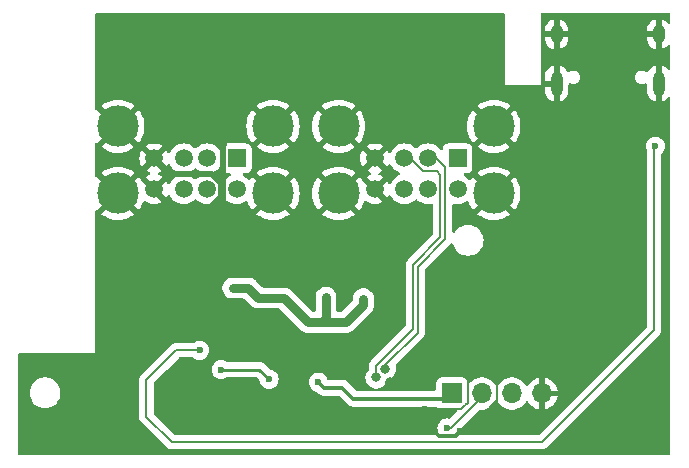
<source format=gbr>
%TF.GenerationSoftware,KiCad,Pcbnew,7.0.10-7.0.10~ubuntu22.04.1*%
%TF.CreationDate,2024-01-13T04:47:40-07:00*%
%TF.ProjectId,HIDHopper_Hub_Hat,48494448-6f70-4706-9572-5f4875625f48,rev?*%
%TF.SameCoordinates,Original*%
%TF.FileFunction,Copper,L2,Bot*%
%TF.FilePolarity,Positive*%
%FSLAX46Y46*%
G04 Gerber Fmt 4.6, Leading zero omitted, Abs format (unit mm)*
G04 Created by KiCad (PCBNEW 7.0.10-7.0.10~ubuntu22.04.1) date 2024-01-13 04:47:40*
%MOMM*%
%LPD*%
G01*
G04 APERTURE LIST*
%TA.AperFunction,ComponentPad*%
%ADD10R,1.500000X1.500000*%
%TD*%
%TA.AperFunction,ComponentPad*%
%ADD11C,1.500000*%
%TD*%
%TA.AperFunction,ComponentPad*%
%ADD12C,3.500000*%
%TD*%
%TA.AperFunction,ComponentPad*%
%ADD13R,1.700000X1.700000*%
%TD*%
%TA.AperFunction,ComponentPad*%
%ADD14O,1.700000X1.700000*%
%TD*%
%TA.AperFunction,ComponentPad*%
%ADD15O,1.000000X2.100000*%
%TD*%
%TA.AperFunction,ComponentPad*%
%ADD16O,1.000000X1.600000*%
%TD*%
%TA.AperFunction,ViaPad*%
%ADD17C,0.600000*%
%TD*%
%TA.AperFunction,ViaPad*%
%ADD18C,0.800000*%
%TD*%
%TA.AperFunction,Conductor*%
%ADD19C,0.330000*%
%TD*%
%TA.AperFunction,Conductor*%
%ADD20C,0.200000*%
%TD*%
%TA.AperFunction,Conductor*%
%ADD21C,0.500000*%
%TD*%
%TA.AperFunction,Conductor*%
%ADD22C,0.750000*%
%TD*%
%TA.AperFunction,Conductor*%
%ADD23C,0.250000*%
%TD*%
G04 APERTURE END LIST*
D10*
%TO.P,J5,1,VBUS1*%
%TO.N,HUB_5v*%
X155833946Y-76520000D03*
D11*
%TO.P,J5,2,D1-*%
%TO.N,P3-*%
X153333946Y-76520000D03*
%TO.P,J5,3,D1+*%
%TO.N,P3+*%
X151333946Y-76520000D03*
%TO.P,J5,4,GND1*%
%TO.N,GND*%
X148833946Y-76520000D03*
%TO.P,J5,5,VBUS2*%
%TO.N,HUB_5v*%
X155833946Y-79140000D03*
%TO.P,J5,6,D2-*%
%TO.N,P4-*%
X153333946Y-79140000D03*
%TO.P,J5,7,D2+*%
%TO.N,P4+*%
X151333946Y-79140000D03*
%TO.P,J5,8,GND2*%
%TO.N,GND*%
X148833946Y-79140000D03*
D12*
%TO.P,J5,9,Shield*%
X158903946Y-73810000D03*
X145763946Y-73810000D03*
X158903946Y-79490000D03*
X145763946Y-79490000D03*
%TD*%
D13*
%TO.P,J2,1,Pin_1*%
%TO.N,HUB_5v*%
X174050000Y-96430000D03*
D14*
%TO.P,J2,2,Pin_2*%
%TO.N,USB_M_-*%
X176590000Y-96430000D03*
%TO.P,J2,3,Pin_3*%
%TO.N,USB_M_+*%
X179130000Y-96430000D03*
%TO.P,J2,4,Pin_4*%
%TO.N,GND*%
X181670000Y-96430000D03*
%TD*%
D15*
%TO.P,J7,S1,SHIELD*%
%TO.N,GND*%
X191550000Y-70190000D03*
D16*
X191550000Y-66010000D03*
D15*
X182910000Y-70190000D03*
D16*
X182910000Y-66010000D03*
%TD*%
D10*
%TO.P,J1,1,VBUS1*%
%TO.N,HUB_5v*%
X174530000Y-76520000D03*
D11*
%TO.P,J1,2,D1-*%
%TO.N,P1-*%
X172030000Y-76520000D03*
%TO.P,J1,3,D1+*%
%TO.N,P1+*%
X170030000Y-76520000D03*
%TO.P,J1,4,GND1*%
%TO.N,GND*%
X167530000Y-76520000D03*
%TO.P,J1,5,VBUS2*%
%TO.N,HUB_5v*%
X174530000Y-79140000D03*
%TO.P,J1,6,D2-*%
%TO.N,P2-*%
X172030000Y-79140000D03*
%TO.P,J1,7,D2+*%
%TO.N,P2+*%
X170030000Y-79140000D03*
%TO.P,J1,8,GND2*%
%TO.N,GND*%
X167530000Y-79140000D03*
D12*
%TO.P,J1,9,Shield*%
X177600000Y-73810000D03*
X164460000Y-73810000D03*
X177600000Y-79490000D03*
X164460000Y-79490000D03*
%TD*%
D17*
%TO.N,GND*%
X160510000Y-95420000D03*
X159950000Y-83420000D03*
X151560000Y-86350000D03*
X171740000Y-97760000D03*
X153010000Y-99250000D03*
X161520000Y-82850000D03*
X166750000Y-93550000D03*
X161860000Y-68090000D03*
X167280000Y-97850000D03*
X174760000Y-99630000D03*
X165270000Y-86090000D03*
X165420000Y-82890000D03*
X167080000Y-90250000D03*
X166760000Y-82280000D03*
X156830000Y-91290000D03*
X151520000Y-88530000D03*
X173630000Y-85130000D03*
X150230000Y-98110000D03*
X156350000Y-88920000D03*
D18*
X168830000Y-95490000D03*
D17*
X156410000Y-93540000D03*
X168380000Y-91430000D03*
X173950000Y-88850000D03*
X160330000Y-93520000D03*
%TO.N,Net-(U2-PSELF)*%
X154520000Y-94400000D03*
X158570000Y-95230000D03*
%TO.N,BPI*%
X152680000Y-92770000D03*
X191270000Y-75490000D03*
%TO.N,AVDD*%
X166555000Y-88400000D03*
X159790000Y-88350000D03*
X156260000Y-87510000D03*
X163385000Y-88290000D03*
X155480000Y-87500000D03*
D18*
%TO.N,P1-*%
X168400000Y-94360000D03*
%TO.N,P1+*%
X167645503Y-95059500D03*
D17*
%TO.N,USB_M_-*%
X173640000Y-99350000D03*
%TO.N,HUB_5v*%
X162750000Y-95470000D03*
%TD*%
D19*
%TO.N,GND*%
X174375000Y-100015000D02*
X172925000Y-100015000D01*
D20*
X175400000Y-97204264D02*
X175400000Y-95230000D01*
D21*
X153721003Y-77830000D02*
X154160502Y-78269498D01*
X154633946Y-78742942D02*
X154633946Y-78810000D01*
D20*
X177870000Y-96970000D02*
X177870000Y-97390000D01*
D21*
X154633946Y-78742942D02*
X154533946Y-78842942D01*
X150143946Y-77830000D02*
X153721003Y-77830000D01*
X154660000Y-75060000D02*
X154770000Y-75170000D01*
D20*
X177870000Y-97390000D02*
X177880000Y-97400000D01*
X166920000Y-96160000D02*
X168160000Y-96160000D01*
D21*
X154533946Y-79796054D02*
X153590000Y-80740000D01*
D20*
X168160000Y-96160000D02*
X168830000Y-95490000D01*
X175820000Y-94820000D02*
X177550000Y-94820000D01*
D21*
X154160502Y-78269498D02*
X154633946Y-78742942D01*
D19*
X172925000Y-100015000D02*
X172790000Y-99880000D01*
D21*
X154533946Y-78842942D02*
X154533946Y-79796054D01*
D22*
X157440000Y-83420000D02*
X154890000Y-80870000D01*
D21*
X154770000Y-75170000D02*
X154770000Y-75410000D01*
X154633946Y-78742942D02*
X154633946Y-80180000D01*
D20*
X166590000Y-95830000D02*
X166920000Y-96160000D01*
D21*
X148833946Y-76520000D02*
X150143946Y-77830000D01*
D20*
X177870000Y-96970000D02*
X177235000Y-97605000D01*
D22*
X159950000Y-83420000D02*
X157440000Y-83420000D01*
D20*
X175810000Y-94830000D02*
X175820000Y-94820000D01*
X166590000Y-93710000D02*
X166590000Y-95830000D01*
D21*
X154633946Y-80180000D02*
X154633946Y-78810000D01*
D20*
X174844264Y-97760000D02*
X175192132Y-97412132D01*
X175192132Y-97412132D02*
X175400000Y-97204264D01*
X177870000Y-95590000D02*
X177870000Y-96970000D01*
X175400000Y-95230000D02*
X175410000Y-95230000D01*
D21*
X154633946Y-78810000D02*
X154633946Y-75086054D01*
X154160502Y-78269498D02*
X154355502Y-78464498D01*
D20*
X171740000Y-97760000D02*
X174844264Y-97760000D01*
D21*
X154633946Y-80613946D02*
X154633946Y-80180000D01*
X154355502Y-78464498D02*
X154633946Y-78742942D01*
D20*
X166750000Y-93550000D02*
X166590000Y-93710000D01*
D21*
X154890000Y-80870000D02*
X154633946Y-80613946D01*
D20*
X177180000Y-97660000D02*
X177180000Y-97780000D01*
D21*
X154633946Y-75086054D02*
X154660000Y-75060000D01*
D20*
X177550000Y-94820000D02*
X177550000Y-95270000D01*
X177550000Y-95270000D02*
X177870000Y-95590000D01*
X175410000Y-95230000D02*
X175810000Y-94830000D01*
D19*
X174760000Y-99630000D02*
X174375000Y-100015000D01*
D23*
%TO.N,Net-(U2-PSELF)*%
X154520000Y-94400000D02*
X157740000Y-94400000D01*
X157740000Y-94400000D02*
X158570000Y-95230000D01*
D20*
%TO.N,BPI*%
X148190000Y-98420000D02*
X148190000Y-95280000D01*
X148190000Y-95280000D02*
X150700000Y-92770000D01*
X191160000Y-75600000D02*
X191160000Y-91060000D01*
X191160000Y-91060000D02*
X181670000Y-100550000D01*
X150700000Y-92770000D02*
X152680000Y-92770000D01*
X191270000Y-75490000D02*
X191160000Y-75600000D01*
X181670000Y-100550000D02*
X150320000Y-100550000D01*
X150320000Y-100550000D02*
X148190000Y-98420000D01*
D22*
%TO.N,AVDD*%
X166555000Y-88945000D02*
X166555000Y-88400000D01*
X163050000Y-90400000D02*
X163385000Y-90065000D01*
X159790000Y-88350000D02*
X161840000Y-90400000D01*
X163385000Y-90065000D02*
X163385000Y-88290000D01*
X159790000Y-88350000D02*
X157670000Y-88350000D01*
X157670000Y-88350000D02*
X156820000Y-87500000D01*
X156820000Y-87500000D02*
X155480000Y-87500000D01*
X165100000Y-90400000D02*
X166555000Y-88945000D01*
X163050000Y-90400000D02*
X165100000Y-90400000D01*
X161840000Y-90400000D02*
X163050000Y-90400000D01*
D20*
%TO.N,P3+*%
X151333946Y-77106054D02*
X151333946Y-76520000D01*
%TO.N,P1-*%
X168400000Y-94030000D02*
X171160000Y-91270000D01*
X173480000Y-77270000D02*
X172730000Y-76520000D01*
X172730000Y-76520000D02*
X172030000Y-76520000D01*
X168400000Y-94360000D02*
X168400000Y-94030000D01*
X173480000Y-83375686D02*
X173480000Y-77270000D01*
X171160000Y-85695686D02*
X173480000Y-83375686D01*
X171160000Y-91270000D02*
X171160000Y-85695686D01*
%TO.N,P1+*%
X167645503Y-95059500D02*
X167510000Y-95059500D01*
X167645503Y-94069497D02*
X170760000Y-90955000D01*
X173080000Y-83210000D02*
X173080000Y-77900000D01*
X170760000Y-90955000D02*
X170760000Y-85530000D01*
X170760000Y-85530000D02*
X173080000Y-83210000D01*
X171590000Y-77570000D02*
X170540000Y-76520000D01*
X172750000Y-77570000D02*
X171590000Y-77570000D01*
X167645503Y-95059500D02*
X167645503Y-94069497D01*
X173080000Y-77900000D02*
X172750000Y-77570000D01*
X170540000Y-76520000D02*
X170030000Y-76520000D01*
%TO.N,USB_M_-*%
X176590000Y-96430000D02*
X176590000Y-96710000D01*
X173640000Y-99350000D02*
X173640000Y-99320000D01*
X173700000Y-99320000D02*
X173640000Y-99350000D01*
X173980000Y-99320000D02*
X173700000Y-99320000D01*
X176590000Y-96710000D02*
X173980000Y-99320000D01*
D19*
%TO.N,HUB_5v*%
X165700000Y-96860000D02*
X164780000Y-95940000D01*
X173480000Y-96860000D02*
X165700000Y-96860000D01*
X164780000Y-95940000D02*
X163220000Y-95940000D01*
X163220000Y-95940000D02*
X162750000Y-95470000D01*
X174050000Y-96430000D02*
X173910000Y-96430000D01*
X173910000Y-96430000D02*
X173480000Y-96860000D01*
%TD*%
%TA.AperFunction,Conductor*%
%TO.N,GND*%
G36*
X168573124Y-77209570D02*
G01*
X168616668Y-77147385D01*
X168616669Y-77147383D01*
X168662929Y-77048179D01*
X168709101Y-76995739D01*
X168776294Y-76976587D01*
X168843175Y-76996802D01*
X168887693Y-77048179D01*
X168935944Y-77151654D01*
X169062251Y-77332038D01*
X169217962Y-77487749D01*
X169398346Y-77614056D01*
X169597924Y-77707120D01*
X169609512Y-77710225D01*
X169609516Y-77710226D01*
X169669176Y-77746592D01*
X169699704Y-77809440D01*
X169691407Y-77878815D01*
X169646921Y-77932692D01*
X169609516Y-77949774D01*
X169597923Y-77952880D01*
X169398346Y-78045944D01*
X169398342Y-78045946D01*
X169217967Y-78172247D01*
X169217960Y-78172252D01*
X169062252Y-78327960D01*
X169062247Y-78327967D01*
X168935946Y-78508342D01*
X168935944Y-78508346D01*
X168887693Y-78611822D01*
X168841521Y-78664261D01*
X168774327Y-78683413D01*
X168707446Y-78663197D01*
X168662929Y-78611822D01*
X168616667Y-78512614D01*
X168616666Y-78512612D01*
X168573124Y-78450428D01*
X168573124Y-78450427D01*
X167983779Y-79039772D01*
X167983533Y-79036484D01*
X167932872Y-78907402D01*
X167846414Y-78798987D01*
X167731841Y-78720873D01*
X167627697Y-78688749D01*
X168219571Y-78096874D01*
X168157387Y-78053333D01*
X167959159Y-77960898D01*
X167959150Y-77960894D01*
X167917650Y-77949775D01*
X167857990Y-77913411D01*
X167827460Y-77850564D01*
X167835754Y-77781188D01*
X167880239Y-77727310D01*
X167917650Y-77710225D01*
X167959150Y-77699105D01*
X167959164Y-77699100D01*
X168157383Y-77606669D01*
X168157385Y-77606668D01*
X168219571Y-77563124D01*
X167627020Y-76970572D01*
X167667119Y-76964529D01*
X167792054Y-76904363D01*
X167893705Y-76810045D01*
X167963039Y-76689955D01*
X167979850Y-76616297D01*
X168573124Y-77209570D01*
G37*
%TD.AperFunction*%
%TA.AperFunction,Conductor*%
G36*
X192492539Y-64250185D02*
G01*
X192538294Y-64302989D01*
X192549500Y-64354500D01*
X192549500Y-65004248D01*
X192529815Y-65071287D01*
X192477011Y-65117042D01*
X192407853Y-65126986D01*
X192344297Y-65097961D01*
X192331414Y-65085018D01*
X192242521Y-64981469D01*
X192242520Y-64981468D01*
X192081695Y-64856981D01*
X191899093Y-64767411D01*
X191800000Y-64741753D01*
X191800000Y-65543889D01*
X191775543Y-65504390D01*
X191686038Y-65436799D01*
X191578160Y-65406105D01*
X191466479Y-65416454D01*
X191366078Y-65466448D01*
X191300000Y-65538930D01*
X191300000Y-64736633D01*
X191298053Y-64736931D01*
X191298047Y-64736933D01*
X191107342Y-64807562D01*
X191107335Y-64807565D01*
X190934732Y-64915149D01*
X190787331Y-65055264D01*
X190787330Y-65055266D01*
X190671143Y-65222195D01*
X190590940Y-65409092D01*
X190550000Y-65608309D01*
X190550000Y-65760000D01*
X191250000Y-65760000D01*
X191250000Y-66260000D01*
X190550000Y-66260000D01*
X190550000Y-66360713D01*
X190565418Y-66512338D01*
X190626299Y-66706381D01*
X190626304Y-66706391D01*
X190725005Y-66884215D01*
X190725005Y-66884216D01*
X190857478Y-67038530D01*
X190857479Y-67038531D01*
X191018304Y-67163018D01*
X191200907Y-67252589D01*
X191300000Y-67278244D01*
X191300000Y-66476110D01*
X191324457Y-66515610D01*
X191413962Y-66583201D01*
X191521840Y-66613895D01*
X191633521Y-66603546D01*
X191733922Y-66553552D01*
X191800000Y-66481069D01*
X191800000Y-67283365D01*
X191801944Y-67283069D01*
X191801945Y-67283069D01*
X191992660Y-67212436D01*
X191992664Y-67212434D01*
X192165267Y-67104850D01*
X192312668Y-66964735D01*
X192312669Y-66964733D01*
X192323725Y-66948850D01*
X192378179Y-66905071D01*
X192447657Y-66897683D01*
X192510100Y-66929029D01*
X192545683Y-66989159D01*
X192549500Y-67019687D01*
X192549500Y-68934248D01*
X192529815Y-69001287D01*
X192477011Y-69047042D01*
X192407853Y-69056986D01*
X192344297Y-69027961D01*
X192331414Y-69015018D01*
X192242521Y-68911469D01*
X192242520Y-68911468D01*
X192081695Y-68786981D01*
X191899093Y-68697411D01*
X191800000Y-68671753D01*
X191800000Y-69473889D01*
X191775543Y-69434390D01*
X191686038Y-69366799D01*
X191578160Y-69336105D01*
X191466479Y-69346454D01*
X191366078Y-69396448D01*
X191300000Y-69468930D01*
X191300000Y-68666633D01*
X191298053Y-68666931D01*
X191298047Y-68666933D01*
X191107342Y-68737562D01*
X191107335Y-68737565D01*
X190934732Y-68845149D01*
X190787331Y-68985264D01*
X190787330Y-68985266D01*
X190671142Y-69152197D01*
X190671140Y-69152200D01*
X190667760Y-69160078D01*
X190623232Y-69213921D01*
X190556663Y-69235142D01*
X190489189Y-69217005D01*
X190478332Y-69209556D01*
X190410233Y-69157302D01*
X190410232Y-69157301D01*
X190410230Y-69157300D01*
X190319731Y-69119814D01*
X190270236Y-69099313D01*
X190256171Y-69097461D01*
X190157727Y-69084500D01*
X190157720Y-69084500D01*
X190082280Y-69084500D01*
X190082272Y-69084500D01*
X189969764Y-69099313D01*
X189969763Y-69099313D01*
X189829770Y-69157300D01*
X189829767Y-69157301D01*
X189829767Y-69157302D01*
X189709549Y-69249549D01*
X189619580Y-69366799D01*
X189617300Y-69369770D01*
X189559313Y-69509763D01*
X189559312Y-69509765D01*
X189539534Y-69659999D01*
X189539534Y-69660000D01*
X189559312Y-69810234D01*
X189559313Y-69810236D01*
X189617302Y-69950233D01*
X189709549Y-70070451D01*
X189829767Y-70162698D01*
X189969764Y-70220687D01*
X190082280Y-70235500D01*
X190082287Y-70235500D01*
X190157713Y-70235500D01*
X190157720Y-70235500D01*
X190270236Y-70220687D01*
X190378547Y-70175823D01*
X190448017Y-70168354D01*
X190510496Y-70199629D01*
X190546148Y-70259718D01*
X190550000Y-70290384D01*
X190550000Y-70790713D01*
X190565418Y-70942338D01*
X190626299Y-71136381D01*
X190626304Y-71136391D01*
X190725005Y-71314215D01*
X190725005Y-71314216D01*
X190857478Y-71468530D01*
X190857479Y-71468531D01*
X191018304Y-71593018D01*
X191200907Y-71682589D01*
X191300000Y-71708244D01*
X191300000Y-70906110D01*
X191324457Y-70945610D01*
X191413962Y-71013201D01*
X191521840Y-71043895D01*
X191633521Y-71033546D01*
X191733922Y-70983552D01*
X191800000Y-70911069D01*
X191800000Y-71713366D01*
X191801944Y-71713069D01*
X191801945Y-71713069D01*
X191992660Y-71642436D01*
X191992664Y-71642434D01*
X192165267Y-71534850D01*
X192312668Y-71394735D01*
X192312669Y-71394733D01*
X192323725Y-71378850D01*
X192378179Y-71335071D01*
X192447657Y-71327683D01*
X192510100Y-71359029D01*
X192545683Y-71419159D01*
X192549500Y-71449687D01*
X192549500Y-101505500D01*
X192529815Y-101572539D01*
X192477011Y-101618294D01*
X192425500Y-101629500D01*
X137464500Y-101629500D01*
X137397461Y-101609815D01*
X137351706Y-101557011D01*
X137340500Y-101505500D01*
X137340500Y-98420001D01*
X147576250Y-98420001D01*
X147580969Y-98455846D01*
X147580970Y-98455860D01*
X147581500Y-98459885D01*
X147591571Y-98536384D01*
X147596360Y-98572755D01*
X147597162Y-98578850D01*
X147597163Y-98578854D01*
X147658473Y-98726871D01*
X147658476Y-98726877D01*
X147703948Y-98786136D01*
X147731523Y-98822072D01*
X147731525Y-98822074D01*
X147756013Y-98853987D01*
X147781481Y-98873529D01*
X147793673Y-98884222D01*
X149855777Y-100946326D01*
X149866472Y-100958521D01*
X149886010Y-100983984D01*
X149886011Y-100983985D01*
X149886013Y-100983987D01*
X149909828Y-101002261D01*
X149914702Y-101006001D01*
X149914728Y-101006022D01*
X149917929Y-101008478D01*
X150013124Y-101081524D01*
X150013126Y-101081524D01*
X150013128Y-101081526D01*
X150087136Y-101112181D01*
X150161149Y-101142838D01*
X150180536Y-101145390D01*
X150180543Y-101145393D01*
X150180543Y-101145391D01*
X150280115Y-101158500D01*
X150280117Y-101158500D01*
X150284128Y-101159028D01*
X150284154Y-101159031D01*
X150319999Y-101163750D01*
X150320000Y-101163750D01*
X150320001Y-101163750D01*
X150351820Y-101159561D01*
X150368005Y-101158500D01*
X181621995Y-101158500D01*
X181638180Y-101159561D01*
X181669999Y-101163750D01*
X181670000Y-101163750D01*
X181670001Y-101163750D01*
X181684795Y-101161802D01*
X181705852Y-101159030D01*
X181705873Y-101159028D01*
X181709884Y-101158500D01*
X181709885Y-101158500D01*
X181809456Y-101145391D01*
X181809456Y-101145392D01*
X181809460Y-101145390D01*
X181828851Y-101142838D01*
X181976876Y-101081524D01*
X182072072Y-101008477D01*
X182072073Y-101008475D01*
X182080164Y-101002267D01*
X182080171Y-101002261D01*
X182103984Y-100983989D01*
X182103983Y-100983989D01*
X182103987Y-100983987D01*
X182123535Y-100958510D01*
X182134216Y-100946331D01*
X191556331Y-91524216D01*
X191568521Y-91513527D01*
X191593987Y-91493987D01*
X191613318Y-91468792D01*
X191613324Y-91468787D01*
X191618476Y-91462072D01*
X191618478Y-91462071D01*
X191691524Y-91366876D01*
X191752838Y-91218851D01*
X191772435Y-91069998D01*
X191773751Y-91060001D01*
X191773751Y-91059998D01*
X191769561Y-91028172D01*
X191768500Y-91011987D01*
X191768500Y-76186254D01*
X191788185Y-76119215D01*
X191804819Y-76098573D01*
X191843392Y-76060000D01*
X191906111Y-75997281D01*
X192003043Y-75843015D01*
X192063217Y-75671047D01*
X192076602Y-75552251D01*
X192083616Y-75490003D01*
X192083616Y-75489996D01*
X192063218Y-75308958D01*
X192063217Y-75308953D01*
X192047916Y-75265225D01*
X192003043Y-75136985D01*
X191906111Y-74982719D01*
X191777281Y-74853889D01*
X191623017Y-74756958D01*
X191623016Y-74756957D01*
X191623015Y-74756957D01*
X191568693Y-74737949D01*
X191451046Y-74696782D01*
X191451041Y-74696781D01*
X191270004Y-74676384D01*
X191269996Y-74676384D01*
X191088958Y-74696781D01*
X191088953Y-74696782D01*
X190916982Y-74756958D01*
X190762718Y-74853889D01*
X190633889Y-74982718D01*
X190536958Y-75136982D01*
X190476782Y-75308953D01*
X190476781Y-75308958D01*
X190456384Y-75489996D01*
X190456384Y-75490003D01*
X190476781Y-75671041D01*
X190476784Y-75671054D01*
X190536956Y-75843015D01*
X190539219Y-75847712D01*
X190551500Y-75901515D01*
X190551500Y-90756589D01*
X190531815Y-90823628D01*
X190515181Y-90844270D01*
X181454270Y-99905181D01*
X181392947Y-99938666D01*
X181366589Y-99941500D01*
X174521550Y-99941500D01*
X174454511Y-99921815D01*
X174408756Y-99869011D01*
X174398812Y-99799853D01*
X174423170Y-99742019D01*
X174433536Y-99728508D01*
X174444216Y-99716331D01*
X176341986Y-97818561D01*
X176403307Y-97785078D01*
X176450075Y-97783935D01*
X176455826Y-97784894D01*
X176477431Y-97788500D01*
X176477436Y-97788500D01*
X176702569Y-97788500D01*
X176924635Y-97751444D01*
X177137574Y-97678342D01*
X177335576Y-97571189D01*
X177513240Y-97432906D01*
X177634594Y-97301082D01*
X177665715Y-97267276D01*
X177665715Y-97267275D01*
X177665722Y-97267268D01*
X177756193Y-97128790D01*
X177809338Y-97083437D01*
X177878569Y-97074013D01*
X177941905Y-97103515D01*
X177963804Y-97128787D01*
X178054278Y-97267268D01*
X178054283Y-97267273D01*
X178054284Y-97267276D01*
X178206756Y-97432902D01*
X178206761Y-97432907D01*
X178216649Y-97440603D01*
X178384424Y-97571189D01*
X178384425Y-97571189D01*
X178384427Y-97571191D01*
X178431636Y-97596739D01*
X178582426Y-97678342D01*
X178795365Y-97751444D01*
X179017431Y-97788500D01*
X179242569Y-97788500D01*
X179464635Y-97751444D01*
X179677574Y-97678342D01*
X179875576Y-97571189D01*
X180053240Y-97432906D01*
X180174594Y-97301082D01*
X180205715Y-97267276D01*
X180205715Y-97267275D01*
X180205722Y-97267268D01*
X180299749Y-97123347D01*
X180352894Y-97077994D01*
X180422125Y-97068570D01*
X180485461Y-97098072D01*
X180505130Y-97120048D01*
X180631890Y-97301078D01*
X180798917Y-97468105D01*
X180992421Y-97603600D01*
X181206507Y-97703429D01*
X181206516Y-97703433D01*
X181420000Y-97760634D01*
X181420000Y-96865501D01*
X181527685Y-96914680D01*
X181634237Y-96930000D01*
X181705763Y-96930000D01*
X181812315Y-96914680D01*
X181920000Y-96865501D01*
X181920000Y-97760633D01*
X182133483Y-97703433D01*
X182133492Y-97703429D01*
X182347578Y-97603600D01*
X182541082Y-97468105D01*
X182708105Y-97301082D01*
X182843600Y-97107578D01*
X182943429Y-96893492D01*
X182943432Y-96893486D01*
X183000636Y-96680000D01*
X182103686Y-96680000D01*
X182129493Y-96639844D01*
X182170000Y-96501889D01*
X182170000Y-96358111D01*
X182129493Y-96220156D01*
X182103686Y-96180000D01*
X183000636Y-96180000D01*
X183000635Y-96179999D01*
X182943432Y-95966513D01*
X182943429Y-95966507D01*
X182843600Y-95752422D01*
X182843599Y-95752420D01*
X182708113Y-95558926D01*
X182708108Y-95558920D01*
X182541082Y-95391894D01*
X182347578Y-95256399D01*
X182133492Y-95156570D01*
X182133486Y-95156567D01*
X181920000Y-95099364D01*
X181920000Y-95994498D01*
X181812315Y-95945320D01*
X181705763Y-95930000D01*
X181634237Y-95930000D01*
X181527685Y-95945320D01*
X181420000Y-95994498D01*
X181420000Y-95099364D01*
X181419999Y-95099364D01*
X181206513Y-95156567D01*
X181206507Y-95156570D01*
X180992422Y-95256399D01*
X180992420Y-95256400D01*
X180798926Y-95391886D01*
X180798920Y-95391891D01*
X180631891Y-95558920D01*
X180631890Y-95558922D01*
X180505131Y-95739952D01*
X180450554Y-95783577D01*
X180381055Y-95790769D01*
X180318701Y-95759247D01*
X180299752Y-95736656D01*
X180205722Y-95592732D01*
X180205715Y-95592725D01*
X180205715Y-95592723D01*
X180053243Y-95427097D01*
X180053238Y-95427092D01*
X179879744Y-95292055D01*
X179875576Y-95288811D01*
X179875575Y-95288810D01*
X179875572Y-95288808D01*
X179677580Y-95181661D01*
X179677577Y-95181659D01*
X179677574Y-95181658D01*
X179677571Y-95181657D01*
X179677569Y-95181656D01*
X179464637Y-95108556D01*
X179242569Y-95071500D01*
X179017431Y-95071500D01*
X178795362Y-95108556D01*
X178582430Y-95181656D01*
X178582419Y-95181661D01*
X178384427Y-95288808D01*
X178384422Y-95288812D01*
X178206761Y-95427092D01*
X178206756Y-95427097D01*
X178054284Y-95592723D01*
X178054276Y-95592734D01*
X177963808Y-95731206D01*
X177910662Y-95776562D01*
X177841431Y-95785986D01*
X177778095Y-95756484D01*
X177756192Y-95731206D01*
X177665723Y-95592734D01*
X177665715Y-95592723D01*
X177513243Y-95427097D01*
X177513238Y-95427092D01*
X177339744Y-95292055D01*
X177335576Y-95288811D01*
X177335575Y-95288810D01*
X177335572Y-95288808D01*
X177137580Y-95181661D01*
X177137577Y-95181659D01*
X177137574Y-95181658D01*
X177137571Y-95181657D01*
X177137569Y-95181656D01*
X176924637Y-95108556D01*
X176702569Y-95071500D01*
X176477431Y-95071500D01*
X176255362Y-95108556D01*
X176042430Y-95181656D01*
X176042419Y-95181661D01*
X175844427Y-95288808D01*
X175844422Y-95288812D01*
X175666761Y-95427092D01*
X175627262Y-95470000D01*
X175603576Y-95495730D01*
X175603548Y-95495760D01*
X175543661Y-95531750D01*
X175473823Y-95529649D01*
X175416207Y-95490124D01*
X175396138Y-95455110D01*
X175350889Y-95333796D01*
X175346553Y-95328004D01*
X175263261Y-95216739D01*
X175146204Y-95129111D01*
X175124860Y-95121150D01*
X175009203Y-95078011D01*
X174948654Y-95071500D01*
X174948638Y-95071500D01*
X173151362Y-95071500D01*
X173151345Y-95071500D01*
X173090797Y-95078011D01*
X173090795Y-95078011D01*
X172953795Y-95129111D01*
X172836739Y-95216739D01*
X172749111Y-95333795D01*
X172698011Y-95470795D01*
X172698011Y-95470797D01*
X172691500Y-95531345D01*
X172691500Y-96062500D01*
X172671815Y-96129539D01*
X172619011Y-96175294D01*
X172567500Y-96186500D01*
X167892808Y-96186500D01*
X167825769Y-96166815D01*
X167780014Y-96114011D01*
X167770070Y-96044853D01*
X167799095Y-95981297D01*
X167857873Y-95943523D01*
X167867027Y-95941210D01*
X167878027Y-95938871D01*
X167927791Y-95928294D01*
X168102255Y-95850618D01*
X168256756Y-95738366D01*
X168384543Y-95596444D01*
X168480030Y-95431056D01*
X168513496Y-95328056D01*
X168552933Y-95270381D01*
X168605642Y-95245085D01*
X168682288Y-95228794D01*
X168856752Y-95151118D01*
X169011253Y-95038866D01*
X169139040Y-94896944D01*
X169234527Y-94731556D01*
X169293542Y-94549928D01*
X169313504Y-94360000D01*
X169293542Y-94170072D01*
X169274580Y-94111717D01*
X169272584Y-94041877D01*
X169304828Y-93985719D01*
X171556331Y-91734216D01*
X171568521Y-91723527D01*
X171593987Y-91703987D01*
X171612267Y-91680164D01*
X171618475Y-91672073D01*
X171618477Y-91672072D01*
X171687929Y-91581559D01*
X171695562Y-91572539D01*
X171697996Y-91569925D01*
X171701462Y-91563922D01*
X171704614Y-91559813D01*
X171704375Y-91558437D01*
X171713020Y-91524978D01*
X171752838Y-91428850D01*
X171768500Y-91309885D01*
X171768500Y-91309882D01*
X171769027Y-91305880D01*
X171769031Y-91305841D01*
X171771772Y-91285027D01*
X171773750Y-91270000D01*
X171773612Y-91268954D01*
X171769561Y-91238180D01*
X171768500Y-91221995D01*
X171768500Y-85999096D01*
X171788185Y-85932057D01*
X171804814Y-85911420D01*
X173876331Y-83839902D01*
X173888521Y-83829213D01*
X173913987Y-83809673D01*
X173932267Y-83785850D01*
X173938475Y-83777758D01*
X173938477Y-83777758D01*
X173948679Y-83764462D01*
X174005105Y-83723260D01*
X174074851Y-83719104D01*
X174135772Y-83753315D01*
X174166830Y-83807855D01*
X174193258Y-83906488D01*
X174193261Y-83906497D01*
X174289431Y-84112732D01*
X174289432Y-84112734D01*
X174419954Y-84299141D01*
X174580858Y-84460045D01*
X174580861Y-84460047D01*
X174767266Y-84590568D01*
X174973504Y-84686739D01*
X175193308Y-84745635D01*
X175363214Y-84760499D01*
X175363215Y-84760500D01*
X175363216Y-84760500D01*
X175476785Y-84760500D01*
X175476785Y-84760499D01*
X175646692Y-84745635D01*
X175866496Y-84686739D01*
X176072734Y-84590568D01*
X176259139Y-84460047D01*
X176420047Y-84299139D01*
X176550568Y-84112734D01*
X176646739Y-83906496D01*
X176705635Y-83686692D01*
X176725468Y-83460000D01*
X176705635Y-83233308D01*
X176646739Y-83013504D01*
X176550568Y-82807266D01*
X176420047Y-82620861D01*
X176420045Y-82620858D01*
X176259141Y-82459954D01*
X176072734Y-82329432D01*
X176072732Y-82329431D01*
X175866497Y-82233261D01*
X175866488Y-82233258D01*
X175646697Y-82174366D01*
X175646687Y-82174364D01*
X175476785Y-82159500D01*
X175476784Y-82159500D01*
X175363216Y-82159500D01*
X175363215Y-82159500D01*
X175193312Y-82174364D01*
X175193302Y-82174366D01*
X174973511Y-82233258D01*
X174973502Y-82233261D01*
X174767267Y-82329431D01*
X174767265Y-82329432D01*
X174580858Y-82459954D01*
X174419954Y-82620858D01*
X174314075Y-82772072D01*
X174259499Y-82815697D01*
X174190000Y-82822891D01*
X174127645Y-82791369D01*
X174092231Y-82731139D01*
X174088500Y-82700949D01*
X174088500Y-80486195D01*
X174108185Y-80419156D01*
X174160989Y-80373401D01*
X174230147Y-80363457D01*
X174244579Y-80366416D01*
X174310629Y-80384115D01*
X174467322Y-80397823D01*
X174529998Y-80403307D01*
X174530000Y-80403307D01*
X174530002Y-80403307D01*
X174584842Y-80398509D01*
X174749371Y-80384115D01*
X174962076Y-80327120D01*
X175161654Y-80234056D01*
X175280607Y-80150763D01*
X175346812Y-80128436D01*
X175414579Y-80145446D01*
X175462392Y-80196393D01*
X175469149Y-80212479D01*
X175516812Y-80352888D01*
X175647258Y-80617406D01*
X175647265Y-80617419D01*
X175811123Y-80862649D01*
X175840405Y-80896040D01*
X176629438Y-80107007D01*
X176678348Y-80185999D01*
X176821931Y-80343501D01*
X176980388Y-80463163D01*
X176193958Y-81249593D01*
X176227350Y-81278876D01*
X176472580Y-81442734D01*
X176472593Y-81442741D01*
X176737111Y-81573187D01*
X177016400Y-81667994D01*
X177016415Y-81667998D01*
X177305675Y-81725535D01*
X177305687Y-81725537D01*
X177600000Y-81744827D01*
X177894312Y-81725537D01*
X177894324Y-81725535D01*
X178183584Y-81667998D01*
X178183599Y-81667994D01*
X178462888Y-81573187D01*
X178727406Y-81442741D01*
X178727419Y-81442734D01*
X178972648Y-81278877D01*
X179006039Y-81249593D01*
X178219611Y-80463163D01*
X178378069Y-80343501D01*
X178521652Y-80185999D01*
X178570561Y-80107007D01*
X179359593Y-80896039D01*
X179388877Y-80862648D01*
X179552734Y-80617419D01*
X179552741Y-80617406D01*
X179683187Y-80352888D01*
X179777994Y-80073599D01*
X179777998Y-80073584D01*
X179835535Y-79784324D01*
X179835537Y-79784312D01*
X179854827Y-79490000D01*
X179835537Y-79195687D01*
X179835535Y-79195675D01*
X179777998Y-78906415D01*
X179777994Y-78906400D01*
X179683187Y-78627111D01*
X179552741Y-78362593D01*
X179552734Y-78362580D01*
X179388876Y-78117350D01*
X179359593Y-78083958D01*
X178570560Y-78872991D01*
X178521652Y-78794001D01*
X178378069Y-78636499D01*
X178219610Y-78516835D01*
X179006040Y-77730405D01*
X178972649Y-77701123D01*
X178727419Y-77537265D01*
X178727406Y-77537258D01*
X178462888Y-77406812D01*
X178183599Y-77312005D01*
X178183584Y-77312001D01*
X177894324Y-77254464D01*
X177894312Y-77254462D01*
X177600000Y-77235172D01*
X177305687Y-77254462D01*
X177305675Y-77254464D01*
X177016415Y-77312001D01*
X177016400Y-77312005D01*
X176737111Y-77406812D01*
X176472593Y-77537258D01*
X176472580Y-77537265D01*
X176227346Y-77701126D01*
X176227339Y-77701131D01*
X176193959Y-77730403D01*
X176193959Y-77730405D01*
X176980389Y-78516835D01*
X176821931Y-78636499D01*
X176678348Y-78794001D01*
X176629438Y-78872992D01*
X175840405Y-78083959D01*
X175840403Y-78083959D01*
X175811131Y-78117339D01*
X175811126Y-78117346D01*
X175685187Y-78305826D01*
X175631574Y-78350631D01*
X175562249Y-78359338D01*
X175499222Y-78329183D01*
X175494404Y-78324617D01*
X175442319Y-78272532D01*
X175342038Y-78172251D01*
X175161654Y-78045944D01*
X175095041Y-78014882D01*
X175042601Y-77968710D01*
X175023449Y-77901517D01*
X175043664Y-77834635D01*
X175096830Y-77789301D01*
X175147445Y-77778500D01*
X175328638Y-77778500D01*
X175328654Y-77778499D01*
X175355692Y-77775591D01*
X175389201Y-77771989D01*
X175526204Y-77720889D01*
X175643261Y-77633261D01*
X175730889Y-77516204D01*
X175781989Y-77379201D01*
X175787059Y-77332041D01*
X175788499Y-77318654D01*
X175788500Y-77318637D01*
X175788500Y-75721362D01*
X175788499Y-75721345D01*
X175783091Y-75671054D01*
X175781989Y-75660799D01*
X175730889Y-75523796D01*
X175643261Y-75406739D01*
X175526204Y-75319111D01*
X175498970Y-75308953D01*
X175389203Y-75268011D01*
X175328654Y-75261500D01*
X175328638Y-75261500D01*
X173731362Y-75261500D01*
X173731345Y-75261500D01*
X173670797Y-75268011D01*
X173670795Y-75268011D01*
X173533795Y-75319111D01*
X173416739Y-75406739D01*
X173329111Y-75523795D01*
X173278011Y-75660795D01*
X173278011Y-75660797D01*
X173271634Y-75720105D01*
X173244895Y-75784656D01*
X173187502Y-75824503D01*
X173117677Y-75826996D01*
X173057589Y-75791342D01*
X173046770Y-75777971D01*
X172997752Y-75707966D01*
X172997747Y-75707960D01*
X172842038Y-75552251D01*
X172734389Y-75476874D01*
X172661654Y-75425944D01*
X172661650Y-75425942D01*
X172462081Y-75332882D01*
X172462079Y-75332881D01*
X172462076Y-75332880D01*
X172280735Y-75284289D01*
X172249372Y-75275885D01*
X172249365Y-75275884D01*
X172030002Y-75256693D01*
X172029998Y-75256693D01*
X171810634Y-75275884D01*
X171810627Y-75275885D01*
X171597920Y-75332881D01*
X171398346Y-75425944D01*
X171398342Y-75425946D01*
X171217967Y-75552247D01*
X171217960Y-75552252D01*
X171117681Y-75652532D01*
X171056358Y-75686017D01*
X170986666Y-75681033D01*
X170942319Y-75652532D01*
X170842038Y-75552251D01*
X170734389Y-75476874D01*
X170661654Y-75425944D01*
X170661650Y-75425942D01*
X170462081Y-75332882D01*
X170462079Y-75332881D01*
X170462076Y-75332880D01*
X170280735Y-75284289D01*
X170249372Y-75275885D01*
X170249365Y-75275884D01*
X170030002Y-75256693D01*
X170029998Y-75256693D01*
X169810634Y-75275884D01*
X169810627Y-75275885D01*
X169597920Y-75332881D01*
X169398346Y-75425944D01*
X169398342Y-75425946D01*
X169217967Y-75552247D01*
X169217960Y-75552252D01*
X169062252Y-75707960D01*
X169062247Y-75707967D01*
X168935946Y-75888342D01*
X168935944Y-75888346D01*
X168887693Y-75991822D01*
X168841521Y-76044261D01*
X168774327Y-76063413D01*
X168707446Y-76043197D01*
X168662929Y-75991822D01*
X168616667Y-75892614D01*
X168616666Y-75892612D01*
X168573124Y-75830428D01*
X168573124Y-75830427D01*
X167983779Y-76419772D01*
X167983533Y-76416484D01*
X167932872Y-76287402D01*
X167846414Y-76178987D01*
X167731841Y-76100873D01*
X167627697Y-76068749D01*
X168219571Y-75476874D01*
X168157387Y-75433333D01*
X167959159Y-75340898D01*
X167959150Y-75340894D01*
X167747894Y-75284289D01*
X167747884Y-75284287D01*
X167530001Y-75265225D01*
X167529999Y-75265225D01*
X167312115Y-75284287D01*
X167312105Y-75284289D01*
X167100849Y-75340894D01*
X167100840Y-75340898D01*
X166902613Y-75433333D01*
X166840428Y-75476874D01*
X167432980Y-76069426D01*
X167392881Y-76075471D01*
X167267946Y-76135637D01*
X167166295Y-76229955D01*
X167096961Y-76350045D01*
X167080149Y-76423703D01*
X166486874Y-75830428D01*
X166443333Y-75892613D01*
X166350898Y-76090840D01*
X166350894Y-76090849D01*
X166294289Y-76302105D01*
X166294287Y-76302115D01*
X166275225Y-76519999D01*
X166275225Y-76520000D01*
X166294287Y-76737884D01*
X166294289Y-76737894D01*
X166350894Y-76949150D01*
X166350898Y-76949159D01*
X166443333Y-77147387D01*
X166486874Y-77209571D01*
X167076220Y-76620225D01*
X167076467Y-76623516D01*
X167127128Y-76752598D01*
X167213586Y-76861013D01*
X167328159Y-76939127D01*
X167432301Y-76971250D01*
X166840427Y-77563124D01*
X166902612Y-77606666D01*
X167100840Y-77699101D01*
X167100849Y-77699105D01*
X167142349Y-77710225D01*
X167202010Y-77746590D01*
X167232539Y-77809437D01*
X167224244Y-77878812D01*
X167179759Y-77932690D01*
X167142349Y-77949775D01*
X167100849Y-77960894D01*
X167100840Y-77960898D01*
X166902613Y-78053333D01*
X166840428Y-78096874D01*
X167432980Y-78689426D01*
X167392881Y-78695471D01*
X167267946Y-78755637D01*
X167166295Y-78849955D01*
X167096961Y-78970045D01*
X167080149Y-79043702D01*
X166445987Y-78409541D01*
X166448110Y-78407417D01*
X166423147Y-78383231D01*
X166419813Y-78376934D01*
X166412738Y-78362587D01*
X166248876Y-78117350D01*
X166219593Y-78083958D01*
X165430560Y-78872991D01*
X165381652Y-78794001D01*
X165238069Y-78636499D01*
X165079610Y-78516835D01*
X165866040Y-77730405D01*
X165832649Y-77701123D01*
X165587419Y-77537265D01*
X165587406Y-77537258D01*
X165322888Y-77406812D01*
X165043599Y-77312005D01*
X165043584Y-77312001D01*
X164754324Y-77254464D01*
X164754312Y-77254462D01*
X164460000Y-77235172D01*
X164165687Y-77254462D01*
X164165675Y-77254464D01*
X163876415Y-77312001D01*
X163876400Y-77312005D01*
X163597111Y-77406812D01*
X163332593Y-77537258D01*
X163332580Y-77537265D01*
X163087346Y-77701126D01*
X163087339Y-77701131D01*
X163053959Y-77730403D01*
X163053959Y-77730405D01*
X163840389Y-78516835D01*
X163681931Y-78636499D01*
X163538348Y-78794001D01*
X163489438Y-78872992D01*
X162700405Y-78083959D01*
X162700403Y-78083959D01*
X162671131Y-78117339D01*
X162671126Y-78117346D01*
X162507265Y-78362580D01*
X162507258Y-78362593D01*
X162376812Y-78627111D01*
X162282005Y-78906400D01*
X162282001Y-78906415D01*
X162224464Y-79195675D01*
X162224462Y-79195687D01*
X162205172Y-79490000D01*
X162224462Y-79784312D01*
X162224464Y-79784324D01*
X162282001Y-80073584D01*
X162282005Y-80073599D01*
X162376812Y-80352888D01*
X162507258Y-80617406D01*
X162507265Y-80617419D01*
X162671123Y-80862649D01*
X162700405Y-80896040D01*
X163489438Y-80107007D01*
X163538348Y-80185999D01*
X163681931Y-80343501D01*
X163840388Y-80463163D01*
X163053958Y-81249593D01*
X163087350Y-81278876D01*
X163332580Y-81442734D01*
X163332593Y-81442741D01*
X163597111Y-81573187D01*
X163876400Y-81667994D01*
X163876415Y-81667998D01*
X164165675Y-81725535D01*
X164165687Y-81725537D01*
X164460000Y-81744827D01*
X164754312Y-81725537D01*
X164754324Y-81725535D01*
X165043584Y-81667998D01*
X165043599Y-81667994D01*
X165322888Y-81573187D01*
X165587406Y-81442741D01*
X165587419Y-81442734D01*
X165832648Y-81278877D01*
X165866039Y-81249593D01*
X165079611Y-80463163D01*
X165238069Y-80343501D01*
X165381652Y-80185999D01*
X165430561Y-80107007D01*
X166219593Y-80896039D01*
X166248877Y-80862648D01*
X166412734Y-80617419D01*
X166412741Y-80617406D01*
X166543187Y-80352888D01*
X166593696Y-80204096D01*
X166633885Y-80146942D01*
X166698594Y-80120589D01*
X166767278Y-80133403D01*
X166782239Y-80142380D01*
X166902612Y-80226666D01*
X167100840Y-80319101D01*
X167100849Y-80319105D01*
X167312105Y-80375710D01*
X167312115Y-80375712D01*
X167529999Y-80394775D01*
X167530001Y-80394775D01*
X167747884Y-80375712D01*
X167747894Y-80375710D01*
X167959150Y-80319105D01*
X167959164Y-80319100D01*
X168157383Y-80226669D01*
X168157385Y-80226668D01*
X168219571Y-80183124D01*
X167627019Y-79590572D01*
X167667119Y-79584529D01*
X167792054Y-79524363D01*
X167893705Y-79430045D01*
X167963039Y-79309955D01*
X167979850Y-79236297D01*
X168573124Y-79829570D01*
X168616668Y-79767385D01*
X168616669Y-79767383D01*
X168662929Y-79668179D01*
X168709101Y-79615739D01*
X168776294Y-79596587D01*
X168843175Y-79616802D01*
X168887693Y-79668179D01*
X168935944Y-79771654D01*
X169062251Y-79952038D01*
X169217962Y-80107749D01*
X169398346Y-80234056D01*
X169597924Y-80327120D01*
X169810629Y-80384115D01*
X169967322Y-80397823D01*
X170029998Y-80403307D01*
X170030000Y-80403307D01*
X170030002Y-80403307D01*
X170084842Y-80398509D01*
X170249371Y-80384115D01*
X170462076Y-80327120D01*
X170661654Y-80234056D01*
X170842038Y-80107749D01*
X170942319Y-80007468D01*
X171003642Y-79973983D01*
X171073334Y-79978967D01*
X171117681Y-80007468D01*
X171217962Y-80107749D01*
X171398346Y-80234056D01*
X171597924Y-80327120D01*
X171810629Y-80384115D01*
X171967322Y-80397823D01*
X172029998Y-80403307D01*
X172030000Y-80403307D01*
X172030002Y-80403307D01*
X172084842Y-80398509D01*
X172249371Y-80384115D01*
X172315408Y-80366420D01*
X172385255Y-80368083D01*
X172443118Y-80407245D01*
X172470623Y-80471473D01*
X172471500Y-80486195D01*
X172471500Y-82906588D01*
X172451815Y-82973627D01*
X172435181Y-82994269D01*
X170363670Y-85065779D01*
X170351479Y-85076471D01*
X170326013Y-85096013D01*
X170301522Y-85127927D01*
X170301523Y-85127928D01*
X170228194Y-85223490D01*
X170226918Y-85226883D01*
X170167163Y-85371146D01*
X170167162Y-85371150D01*
X170150970Y-85494140D01*
X170150968Y-85494150D01*
X170150969Y-85494151D01*
X170146250Y-85530000D01*
X170150439Y-85561818D01*
X170151500Y-85578004D01*
X170151500Y-90651588D01*
X170131815Y-90718627D01*
X170115181Y-90739269D01*
X167249173Y-93605276D01*
X167236982Y-93615968D01*
X167211516Y-93635510D01*
X167187023Y-93667428D01*
X167113979Y-93762620D01*
X167069026Y-93871148D01*
X167052665Y-93910645D01*
X167036473Y-94033637D01*
X167036471Y-94033647D01*
X167036472Y-94033648D01*
X167031753Y-94069497D01*
X167035942Y-94101315D01*
X167037003Y-94117501D01*
X167037003Y-94329977D01*
X167017318Y-94397016D01*
X167005153Y-94412949D01*
X166906462Y-94522557D01*
X166810976Y-94687943D01*
X166810973Y-94687950D01*
X166751962Y-94869568D01*
X166751961Y-94869572D01*
X166731999Y-95059500D01*
X166751961Y-95249428D01*
X166751962Y-95249431D01*
X166810973Y-95431049D01*
X166810975Y-95431053D01*
X166810976Y-95431056D01*
X166906463Y-95596444D01*
X167034250Y-95738366D01*
X167188751Y-95850618D01*
X167363215Y-95928294D01*
X167399750Y-95936059D01*
X167423979Y-95941210D01*
X167485461Y-95974402D01*
X167519237Y-96035565D01*
X167514585Y-96105280D01*
X167472980Y-96161412D01*
X167407633Y-96186141D01*
X167398198Y-96186500D01*
X166030335Y-96186500D01*
X165963296Y-96166815D01*
X165942654Y-96150181D01*
X165273282Y-95480809D01*
X165268164Y-95475373D01*
X165245579Y-95449880D01*
X165229893Y-95432173D01*
X165182436Y-95399417D01*
X165176401Y-95394977D01*
X165130987Y-95359397D01*
X165122495Y-95355575D01*
X165102953Y-95344554D01*
X165095290Y-95339265D01*
X165041360Y-95318812D01*
X165034442Y-95315946D01*
X164981842Y-95292273D01*
X164972680Y-95290594D01*
X164951073Y-95284570D01*
X164942362Y-95281266D01*
X164885097Y-95274313D01*
X164877694Y-95273186D01*
X164820964Y-95262790D01*
X164820960Y-95262790D01*
X164763371Y-95266274D01*
X164755883Y-95266500D01*
X163623343Y-95266500D01*
X163556304Y-95246815D01*
X163510549Y-95194011D01*
X163506301Y-95183454D01*
X163496893Y-95156567D01*
X163483043Y-95116985D01*
X163462546Y-95084365D01*
X163430586Y-95033500D01*
X163386111Y-94962719D01*
X163257281Y-94833889D01*
X163228459Y-94815779D01*
X163103017Y-94736958D01*
X163103016Y-94736957D01*
X163103015Y-94736957D01*
X163048693Y-94717949D01*
X162931046Y-94676782D01*
X162931041Y-94676781D01*
X162750004Y-94656384D01*
X162749996Y-94656384D01*
X162568958Y-94676781D01*
X162568953Y-94676782D01*
X162396982Y-94736958D01*
X162242718Y-94833889D01*
X162113889Y-94962718D01*
X162016958Y-95116982D01*
X161956782Y-95288953D01*
X161956781Y-95288958D01*
X161936384Y-95469996D01*
X161936384Y-95470003D01*
X161956781Y-95651041D01*
X161956782Y-95651046D01*
X161993031Y-95754637D01*
X162002328Y-95781209D01*
X162016958Y-95823017D01*
X162104941Y-95963041D01*
X162113889Y-95977281D01*
X162242719Y-96106111D01*
X162396985Y-96203043D01*
X162568953Y-96263217D01*
X162575526Y-96265517D01*
X162574499Y-96268450D01*
X162622450Y-96294923D01*
X162726716Y-96399189D01*
X162731836Y-96404627D01*
X162770106Y-96447825D01*
X162807789Y-96473836D01*
X162817573Y-96480589D01*
X162823606Y-96485028D01*
X162845127Y-96501889D01*
X162869013Y-96520602D01*
X162877497Y-96524420D01*
X162897052Y-96535449D01*
X162904710Y-96540735D01*
X162958677Y-96561201D01*
X162965526Y-96564038D01*
X163018160Y-96587727D01*
X163027314Y-96589404D01*
X163048930Y-96595431D01*
X163052269Y-96596697D01*
X163057637Y-96598733D01*
X163114901Y-96605686D01*
X163122308Y-96606813D01*
X163179036Y-96617209D01*
X163179037Y-96617208D01*
X163179038Y-96617209D01*
X163236619Y-96613726D01*
X163244106Y-96613500D01*
X164449665Y-96613500D01*
X164516704Y-96633185D01*
X164537346Y-96649819D01*
X165206716Y-97319189D01*
X165211836Y-97324627D01*
X165250106Y-97367825D01*
X165287789Y-97393836D01*
X165297573Y-97400589D01*
X165303606Y-97405028D01*
X165339189Y-97432906D01*
X165349013Y-97440602D01*
X165357497Y-97444420D01*
X165377052Y-97455449D01*
X165384710Y-97460735D01*
X165438677Y-97481201D01*
X165445526Y-97484038D01*
X165498160Y-97507727D01*
X165507314Y-97509404D01*
X165528930Y-97515431D01*
X165537637Y-97518733D01*
X165594901Y-97525686D01*
X165602308Y-97526813D01*
X165659036Y-97537209D01*
X165659037Y-97537208D01*
X165659038Y-97537209D01*
X165716619Y-97533726D01*
X165724106Y-97533500D01*
X172692503Y-97533500D01*
X172759542Y-97553185D01*
X172791768Y-97583188D01*
X172836739Y-97643261D01*
X172953796Y-97730889D01*
X173090799Y-97781989D01*
X173118050Y-97784918D01*
X173151345Y-97788499D01*
X173151362Y-97788500D01*
X174351589Y-97788500D01*
X174418628Y-97808185D01*
X174464383Y-97860989D01*
X174474327Y-97930147D01*
X174445302Y-97993703D01*
X174439270Y-98000181D01*
X173918652Y-98520797D01*
X173857329Y-98554282D01*
X173817088Y-98556336D01*
X173640004Y-98536384D01*
X173639996Y-98536384D01*
X173458958Y-98556781D01*
X173458953Y-98556782D01*
X173286982Y-98616958D01*
X173132718Y-98713889D01*
X173003889Y-98842718D01*
X172906958Y-98996982D01*
X172846782Y-99168953D01*
X172846781Y-99168958D01*
X172826384Y-99349996D01*
X172826384Y-99350003D01*
X172846781Y-99531041D01*
X172846782Y-99531046D01*
X172906958Y-99703018D01*
X172937439Y-99751527D01*
X172956440Y-99818764D01*
X172936073Y-99885599D01*
X172882805Y-99930814D01*
X172832446Y-99941500D01*
X150623411Y-99941500D01*
X150556372Y-99921815D01*
X150535730Y-99905181D01*
X148834819Y-98204270D01*
X148801334Y-98142947D01*
X148798500Y-98116589D01*
X148798500Y-95583411D01*
X148818185Y-95516372D01*
X148834819Y-95495730D01*
X149930546Y-94400003D01*
X153706384Y-94400003D01*
X153726781Y-94581041D01*
X153726782Y-94581046D01*
X153753144Y-94656384D01*
X153781338Y-94736958D01*
X153786958Y-94753017D01*
X153837774Y-94833889D01*
X153883889Y-94907281D01*
X154012719Y-95036111D01*
X154166985Y-95133043D01*
X154305928Y-95181661D01*
X154338953Y-95193217D01*
X154338958Y-95193218D01*
X154519996Y-95213616D01*
X154520000Y-95213616D01*
X154520004Y-95213616D01*
X154701041Y-95193218D01*
X154701044Y-95193217D01*
X154701047Y-95193217D01*
X154873015Y-95133043D01*
X154873017Y-95133041D01*
X154873019Y-95133041D01*
X154873022Y-95133039D01*
X155001188Y-95052507D01*
X155067160Y-95033500D01*
X157426234Y-95033500D01*
X157493273Y-95053185D01*
X157513915Y-95069819D01*
X157736151Y-95292055D01*
X157769636Y-95353378D01*
X157771690Y-95365850D01*
X157774533Y-95391081D01*
X157776783Y-95411047D01*
X157797413Y-95470003D01*
X157836957Y-95583016D01*
X157879704Y-95651047D01*
X157933889Y-95737281D01*
X158062719Y-95866111D01*
X158216985Y-95963043D01*
X158388953Y-96023217D01*
X158388958Y-96023218D01*
X158569996Y-96043616D01*
X158570000Y-96043616D01*
X158570004Y-96043616D01*
X158751041Y-96023218D01*
X158751044Y-96023217D01*
X158751047Y-96023217D01*
X158923015Y-95963043D01*
X159077281Y-95866111D01*
X159206111Y-95737281D01*
X159303043Y-95583015D01*
X159363217Y-95411047D01*
X159363218Y-95411041D01*
X159383616Y-95230003D01*
X159383616Y-95229996D01*
X159363218Y-95048958D01*
X159363217Y-95048953D01*
X159357810Y-95033500D01*
X159303043Y-94876985D01*
X159206111Y-94722719D01*
X159077281Y-94593889D01*
X159056834Y-94581041D01*
X158923017Y-94496958D01*
X158923016Y-94496957D01*
X158923015Y-94496957D01*
X158868693Y-94477949D01*
X158751046Y-94436782D01*
X158751042Y-94436781D01*
X158705853Y-94431690D01*
X158641439Y-94404623D01*
X158632056Y-94396151D01*
X158247088Y-94011183D01*
X158237187Y-93998823D01*
X158236977Y-93998998D01*
X158232001Y-93992984D01*
X158232000Y-93992982D01*
X158182315Y-93946325D01*
X158179550Y-93943645D01*
X158159766Y-93923861D01*
X158156504Y-93921331D01*
X158147619Y-93913743D01*
X158115321Y-93883414D01*
X158115319Y-93883412D01*
X158097431Y-93873578D01*
X158081170Y-93862897D01*
X158065039Y-93850384D01*
X158024375Y-93832788D01*
X158013885Y-93827649D01*
X157975060Y-93806305D01*
X157975056Y-93806304D01*
X157955287Y-93801228D01*
X157936881Y-93794926D01*
X157918144Y-93786818D01*
X157918145Y-93786818D01*
X157874383Y-93779887D01*
X157862947Y-93777519D01*
X157848193Y-93773731D01*
X157820032Y-93766500D01*
X157820030Y-93766500D01*
X157799616Y-93766500D01*
X157780217Y-93764973D01*
X157760058Y-93761780D01*
X157760057Y-93761780D01*
X157715943Y-93765950D01*
X157704274Y-93766500D01*
X155067160Y-93766500D01*
X155001188Y-93747493D01*
X154873022Y-93666960D01*
X154873019Y-93666958D01*
X154701046Y-93606782D01*
X154701041Y-93606781D01*
X154520004Y-93586384D01*
X154519996Y-93586384D01*
X154338958Y-93606781D01*
X154338953Y-93606782D01*
X154166982Y-93666958D01*
X154012718Y-93763889D01*
X153883889Y-93892718D01*
X153786958Y-94046982D01*
X153726782Y-94218953D01*
X153726781Y-94218958D01*
X153706384Y-94399996D01*
X153706384Y-94400003D01*
X149930546Y-94400003D01*
X150915730Y-93414819D01*
X150977053Y-93381334D01*
X151003411Y-93378500D01*
X152094707Y-93378500D01*
X152161746Y-93398185D01*
X152172023Y-93405555D01*
X152172717Y-93406109D01*
X152172719Y-93406111D01*
X152326985Y-93503043D01*
X152498953Y-93563217D01*
X152498958Y-93563218D01*
X152679996Y-93583616D01*
X152680000Y-93583616D01*
X152680004Y-93583616D01*
X152861041Y-93563218D01*
X152861044Y-93563217D01*
X152861047Y-93563217D01*
X153033015Y-93503043D01*
X153187281Y-93406111D01*
X153316111Y-93277281D01*
X153413043Y-93123015D01*
X153473217Y-92951047D01*
X153474925Y-92935889D01*
X153493616Y-92770003D01*
X153493616Y-92769996D01*
X153473218Y-92588958D01*
X153473217Y-92588953D01*
X153413043Y-92416985D01*
X153316111Y-92262719D01*
X153187281Y-92133889D01*
X153033015Y-92036957D01*
X152978693Y-92017949D01*
X152861046Y-91976782D01*
X152861041Y-91976781D01*
X152680004Y-91956384D01*
X152679996Y-91956384D01*
X152498958Y-91976781D01*
X152498953Y-91976782D01*
X152326982Y-92036958D01*
X152172722Y-92133886D01*
X152172023Y-92134445D01*
X152171484Y-92134664D01*
X152166823Y-92137594D01*
X152166309Y-92136777D01*
X152107337Y-92160855D01*
X152094707Y-92161500D01*
X150748005Y-92161500D01*
X150731820Y-92160439D01*
X150700001Y-92156250D01*
X150699999Y-92156250D01*
X150664153Y-92160969D01*
X150664122Y-92160972D01*
X150560544Y-92174607D01*
X150560543Y-92174608D01*
X150547613Y-92176310D01*
X150541148Y-92177162D01*
X150393126Y-92238474D01*
X150393123Y-92238476D01*
X150299561Y-92310268D01*
X150299562Y-92310269D01*
X150266010Y-92336015D01*
X150246467Y-92361483D01*
X150235775Y-92373674D01*
X147793670Y-94815779D01*
X147781479Y-94826471D01*
X147756013Y-94846013D01*
X147731520Y-94877931D01*
X147658476Y-94973123D01*
X147658474Y-94973125D01*
X147602380Y-95108552D01*
X147602379Y-95108556D01*
X147597162Y-95121149D01*
X147580970Y-95244139D01*
X147580968Y-95244150D01*
X147580969Y-95244151D01*
X147576250Y-95280000D01*
X147580439Y-95311818D01*
X147581500Y-95328004D01*
X147581500Y-98371995D01*
X147580439Y-98388180D01*
X147576250Y-98419998D01*
X147576250Y-98420001D01*
X137340500Y-98420001D01*
X137340500Y-96370001D01*
X138294532Y-96370001D01*
X138314364Y-96596686D01*
X138314366Y-96596697D01*
X138373258Y-96816488D01*
X138373261Y-96816497D01*
X138469431Y-97022732D01*
X138469432Y-97022734D01*
X138599954Y-97209141D01*
X138760858Y-97370045D01*
X138760861Y-97370047D01*
X138947266Y-97500568D01*
X139153504Y-97596739D01*
X139153509Y-97596740D01*
X139153511Y-97596741D01*
X139206415Y-97610916D01*
X139373308Y-97655635D01*
X139543214Y-97670499D01*
X139543215Y-97670500D01*
X139543216Y-97670500D01*
X139656785Y-97670500D01*
X139656785Y-97670499D01*
X139826692Y-97655635D01*
X140046496Y-97596739D01*
X140252734Y-97500568D01*
X140439139Y-97370047D01*
X140600047Y-97209139D01*
X140730568Y-97022734D01*
X140826739Y-96816496D01*
X140885635Y-96596692D01*
X140905468Y-96370000D01*
X140885635Y-96143308D01*
X140828480Y-95930000D01*
X140826741Y-95923511D01*
X140826738Y-95923502D01*
X140799976Y-95866111D01*
X140730568Y-95717266D01*
X140600879Y-95532049D01*
X140600045Y-95530858D01*
X140439141Y-95369954D01*
X140252734Y-95239432D01*
X140252732Y-95239431D01*
X140046497Y-95143261D01*
X140046488Y-95143258D01*
X139826697Y-95084366D01*
X139826687Y-95084364D01*
X139656785Y-95069500D01*
X139656784Y-95069500D01*
X139543216Y-95069500D01*
X139543215Y-95069500D01*
X139373312Y-95084364D01*
X139373302Y-95084366D01*
X139153511Y-95143258D01*
X139153502Y-95143261D01*
X138947267Y-95239431D01*
X138947265Y-95239432D01*
X138760858Y-95369954D01*
X138599954Y-95530858D01*
X138469432Y-95717265D01*
X138469431Y-95717267D01*
X138373261Y-95923502D01*
X138373258Y-95923511D01*
X138314366Y-96143302D01*
X138314364Y-96143313D01*
X138294532Y-96369998D01*
X138294532Y-96370001D01*
X137340500Y-96370001D01*
X137340500Y-93084500D01*
X137360185Y-93017461D01*
X137412989Y-92971706D01*
X137464500Y-92960500D01*
X143785240Y-92960500D01*
X143785383Y-92960528D01*
X143785384Y-92960524D01*
X143809997Y-92960539D01*
X143810000Y-92960541D01*
X143810383Y-92960383D01*
X143810500Y-92960099D01*
X143810541Y-92960000D01*
X143810540Y-92959997D01*
X143810583Y-92935889D01*
X143810500Y-92935467D01*
X143810500Y-87592860D01*
X154596500Y-87592860D01*
X154599071Y-87604957D01*
X154635112Y-87774520D01*
X154635114Y-87774525D01*
X154710651Y-87944181D01*
X154819816Y-88094436D01*
X154895697Y-88162758D01*
X154957831Y-88218704D01*
X155118669Y-88311564D01*
X155118671Y-88311564D01*
X155118674Y-88311566D01*
X155180310Y-88331592D01*
X155295298Y-88368954D01*
X155433694Y-88383500D01*
X156402680Y-88383500D01*
X156469719Y-88403185D01*
X156490361Y-88419819D01*
X156989197Y-88918654D01*
X157001833Y-88933448D01*
X157009815Y-88944434D01*
X157059233Y-88988930D01*
X157063942Y-88993399D01*
X157078015Y-89007472D01*
X157093507Y-89020017D01*
X157098399Y-89024195D01*
X157147831Y-89068704D01*
X157159575Y-89075484D01*
X157175614Y-89086507D01*
X157186161Y-89095048D01*
X157245404Y-89125233D01*
X157251071Y-89128310D01*
X157308669Y-89161564D01*
X157321571Y-89165755D01*
X157339550Y-89173202D01*
X157351638Y-89179362D01*
X157413775Y-89196011D01*
X157415843Y-89196565D01*
X157422055Y-89198404D01*
X157485298Y-89218954D01*
X157498795Y-89220372D01*
X157517921Y-89223918D01*
X157527157Y-89226392D01*
X157531029Y-89227430D01*
X157597433Y-89230909D01*
X157603881Y-89231417D01*
X157623694Y-89233500D01*
X157643603Y-89233500D01*
X157650092Y-89233669D01*
X157716493Y-89237150D01*
X157729897Y-89235027D01*
X157749296Y-89233500D01*
X159372680Y-89233500D01*
X159439719Y-89253185D01*
X159460361Y-89269819D01*
X161159197Y-90968654D01*
X161171833Y-90983448D01*
X161179815Y-90994434D01*
X161229232Y-91038929D01*
X161233924Y-91043381D01*
X161248015Y-91057472D01*
X161248017Y-91057474D01*
X161263468Y-91069985D01*
X161268408Y-91074203D01*
X161317831Y-91118704D01*
X161329587Y-91125491D01*
X161345617Y-91136508D01*
X161356161Y-91145047D01*
X161415402Y-91175231D01*
X161421075Y-91178311D01*
X161478669Y-91211564D01*
X161491574Y-91215757D01*
X161509542Y-91223199D01*
X161521637Y-91229362D01*
X161521639Y-91229362D01*
X161521640Y-91229363D01*
X161539076Y-91234034D01*
X161585858Y-91246569D01*
X161592030Y-91248396D01*
X161655298Y-91268954D01*
X161668795Y-91270372D01*
X161687921Y-91273918D01*
X161697157Y-91276392D01*
X161701029Y-91277430D01*
X161767433Y-91280909D01*
X161773881Y-91281417D01*
X161793694Y-91283500D01*
X161813603Y-91283500D01*
X161820092Y-91283669D01*
X161886493Y-91287150D01*
X161899897Y-91285027D01*
X161919296Y-91283500D01*
X162970704Y-91283500D01*
X162990103Y-91285026D01*
X163003507Y-91287150D01*
X163069907Y-91283669D01*
X163076397Y-91283500D01*
X165020704Y-91283500D01*
X165040103Y-91285026D01*
X165053507Y-91287150D01*
X165119907Y-91283669D01*
X165126397Y-91283500D01*
X165146306Y-91283500D01*
X165166114Y-91281417D01*
X165172568Y-91280909D01*
X165238971Y-91277430D01*
X165252073Y-91273918D01*
X165271211Y-91270372D01*
X165277036Y-91269759D01*
X165284702Y-91268954D01*
X165334198Y-91252871D01*
X165347934Y-91248408D01*
X165354111Y-91246577D01*
X165418363Y-91229362D01*
X165430451Y-91223202D01*
X165448423Y-91215757D01*
X165461331Y-91211564D01*
X165518950Y-91178296D01*
X165524588Y-91175236D01*
X165583839Y-91145047D01*
X165594391Y-91136501D01*
X165610412Y-91125490D01*
X165622169Y-91118704D01*
X165671595Y-91074199D01*
X165676480Y-91070027D01*
X165691986Y-91057472D01*
X165706092Y-91043364D01*
X165710767Y-91038929D01*
X165760185Y-90994434D01*
X165768165Y-90983449D01*
X165780794Y-90968662D01*
X167123660Y-89625795D01*
X167138450Y-89613164D01*
X167149434Y-89605185D01*
X167193940Y-89555754D01*
X167198372Y-89551083D01*
X167212472Y-89536985D01*
X167225016Y-89521492D01*
X167229181Y-89516614D01*
X167273704Y-89467169D01*
X167280490Y-89455412D01*
X167291501Y-89439391D01*
X167300047Y-89428839D01*
X167330236Y-89369588D01*
X167333296Y-89363950D01*
X167366564Y-89306331D01*
X167370757Y-89293423D01*
X167378202Y-89275451D01*
X167384362Y-89263363D01*
X167401577Y-89199111D01*
X167403408Y-89192934D01*
X167411259Y-89168772D01*
X167423954Y-89129702D01*
X167425372Y-89116211D01*
X167428920Y-89097068D01*
X167432430Y-89083971D01*
X167435909Y-89017568D01*
X167436417Y-89011114D01*
X167438500Y-88991306D01*
X167438500Y-88971397D01*
X167438670Y-88964907D01*
X167439743Y-88944434D01*
X167442150Y-88898507D01*
X167440026Y-88885101D01*
X167438500Y-88865704D01*
X167438500Y-88353698D01*
X167434072Y-88311566D01*
X167423954Y-88215298D01*
X167366564Y-88038669D01*
X167273704Y-87877831D01*
X167225031Y-87823774D01*
X167149439Y-87739819D01*
X167149436Y-87739817D01*
X167149435Y-87739816D01*
X167149434Y-87739815D01*
X167049267Y-87667039D01*
X166999183Y-87630651D01*
X166829525Y-87555114D01*
X166829520Y-87555112D01*
X166686472Y-87524707D01*
X166647860Y-87516500D01*
X166462140Y-87516500D01*
X166430296Y-87523268D01*
X166280479Y-87555112D01*
X166280474Y-87555114D01*
X166110818Y-87630651D01*
X165960563Y-87739816D01*
X165836295Y-87877832D01*
X165743436Y-88038668D01*
X165743433Y-88038674D01*
X165686047Y-88215294D01*
X165686046Y-88215296D01*
X165671500Y-88353698D01*
X165671500Y-88527680D01*
X165651815Y-88594719D01*
X165635181Y-88615361D01*
X164770361Y-89480181D01*
X164709038Y-89513666D01*
X164682680Y-89516500D01*
X164392500Y-89516500D01*
X164325461Y-89496815D01*
X164279706Y-89444011D01*
X164268500Y-89392500D01*
X164268500Y-88243698D01*
X164265515Y-88215294D01*
X164253954Y-88105298D01*
X164196564Y-87928669D01*
X164103704Y-87767831D01*
X164022775Y-87677950D01*
X163979439Y-87629819D01*
X163979436Y-87629817D01*
X163979435Y-87629816D01*
X163979434Y-87629815D01*
X163853662Y-87538436D01*
X163829183Y-87520651D01*
X163659525Y-87445114D01*
X163659520Y-87445112D01*
X163516472Y-87414707D01*
X163477860Y-87406500D01*
X163292140Y-87406500D01*
X163260296Y-87413268D01*
X163110479Y-87445112D01*
X163110474Y-87445114D01*
X162940818Y-87520651D01*
X162790563Y-87629816D01*
X162666295Y-87767832D01*
X162573436Y-87928668D01*
X162573433Y-87928674D01*
X162516047Y-88105294D01*
X162516046Y-88105296D01*
X162501500Y-88243698D01*
X162501500Y-89392500D01*
X162481815Y-89459539D01*
X162429011Y-89505294D01*
X162377500Y-89516500D01*
X162257319Y-89516500D01*
X162190280Y-89496815D01*
X162169638Y-89480181D01*
X160470798Y-87781340D01*
X160458160Y-87766543D01*
X160450185Y-87755566D01*
X160400775Y-87711077D01*
X160396066Y-87706608D01*
X160381990Y-87692532D01*
X160381986Y-87692528D01*
X160380059Y-87690968D01*
X160366504Y-87679990D01*
X160361571Y-87675777D01*
X160346685Y-87662374D01*
X160312169Y-87631296D01*
X160308829Y-87629368D01*
X160300411Y-87624507D01*
X160284376Y-87613486D01*
X160273844Y-87604957D01*
X160273843Y-87604956D01*
X160273839Y-87604953D01*
X160267782Y-87601866D01*
X160214603Y-87574770D01*
X160208899Y-87571673D01*
X160151332Y-87538436D01*
X160151325Y-87538433D01*
X160138424Y-87534241D01*
X160120456Y-87526799D01*
X160108390Y-87520652D01*
X160108363Y-87520638D01*
X160108362Y-87520637D01*
X160108361Y-87520637D01*
X160044139Y-87503428D01*
X160037917Y-87501585D01*
X159974709Y-87481047D01*
X159974696Y-87481045D01*
X159961202Y-87479626D01*
X159942088Y-87476083D01*
X159928974Y-87472570D01*
X159928971Y-87472569D01*
X159862575Y-87469089D01*
X159856114Y-87468581D01*
X159844369Y-87467347D01*
X159836306Y-87466500D01*
X159836302Y-87466500D01*
X159816397Y-87466500D01*
X159809907Y-87466330D01*
X159743507Y-87462850D01*
X159743506Y-87462850D01*
X159743505Y-87462850D01*
X159730103Y-87464973D01*
X159710704Y-87466500D01*
X158087319Y-87466500D01*
X158020280Y-87446815D01*
X157999638Y-87430181D01*
X157500798Y-86931340D01*
X157488166Y-86916551D01*
X157480185Y-86905566D01*
X157480181Y-86905562D01*
X157480180Y-86905561D01*
X157480181Y-86905561D01*
X157430776Y-86861078D01*
X157426066Y-86856608D01*
X157411990Y-86842532D01*
X157411986Y-86842528D01*
X157410059Y-86840968D01*
X157396504Y-86829990D01*
X157391571Y-86825777D01*
X157376685Y-86812374D01*
X157342169Y-86781296D01*
X157338829Y-86779368D01*
X157330411Y-86774507D01*
X157314376Y-86763486D01*
X157303844Y-86754957D01*
X157303843Y-86754956D01*
X157303839Y-86754953D01*
X157297782Y-86751866D01*
X157244603Y-86724770D01*
X157238899Y-86721673D01*
X157181332Y-86688436D01*
X157181325Y-86688433D01*
X157168424Y-86684241D01*
X157150456Y-86676799D01*
X157138361Y-86670637D01*
X157074139Y-86653428D01*
X157067917Y-86651585D01*
X157004709Y-86631047D01*
X157004696Y-86631045D01*
X156991202Y-86629626D01*
X156972088Y-86626083D01*
X156958974Y-86622570D01*
X156958971Y-86622569D01*
X156892575Y-86619089D01*
X156886114Y-86618581D01*
X156874369Y-86617347D01*
X156866306Y-86616500D01*
X156866302Y-86616500D01*
X156846397Y-86616500D01*
X156839907Y-86616330D01*
X156773507Y-86612850D01*
X156773506Y-86612850D01*
X156773505Y-86612850D01*
X156760103Y-86614973D01*
X156740704Y-86616500D01*
X155433694Y-86616500D01*
X155342518Y-86626083D01*
X155295296Y-86631046D01*
X155295294Y-86631047D01*
X155118674Y-86688433D01*
X155118668Y-86688436D01*
X154957832Y-86781295D01*
X154819819Y-86905560D01*
X154819817Y-86905563D01*
X154710651Y-87055816D01*
X154635114Y-87225474D01*
X154635112Y-87225479D01*
X154596636Y-87406500D01*
X154596500Y-87407140D01*
X154596500Y-87592860D01*
X143810500Y-87592860D01*
X143810500Y-81004456D01*
X143830185Y-80937417D01*
X143882989Y-80891662D01*
X143952147Y-80881718D01*
X143981898Y-80895304D01*
X144004351Y-80896040D01*
X144793384Y-80107007D01*
X144842294Y-80185999D01*
X144985877Y-80343501D01*
X145144334Y-80463163D01*
X144357904Y-81249593D01*
X144391296Y-81278876D01*
X144636526Y-81442734D01*
X144636539Y-81442741D01*
X144901057Y-81573187D01*
X145180346Y-81667994D01*
X145180361Y-81667998D01*
X145469621Y-81725535D01*
X145469633Y-81725537D01*
X145763946Y-81744827D01*
X146058258Y-81725537D01*
X146058270Y-81725535D01*
X146347530Y-81667998D01*
X146347545Y-81667994D01*
X146626834Y-81573187D01*
X146891352Y-81442741D01*
X146891365Y-81442734D01*
X147136594Y-81278877D01*
X147169985Y-81249593D01*
X146383557Y-80463163D01*
X146542015Y-80343501D01*
X146685598Y-80185999D01*
X146734507Y-80107007D01*
X147523539Y-80896039D01*
X147552823Y-80862648D01*
X147716680Y-80617419D01*
X147716687Y-80617406D01*
X147847133Y-80352888D01*
X147897642Y-80204096D01*
X147937831Y-80146942D01*
X148002540Y-80120589D01*
X148071224Y-80133403D01*
X148086185Y-80142380D01*
X148206558Y-80226666D01*
X148404786Y-80319101D01*
X148404795Y-80319105D01*
X148616051Y-80375710D01*
X148616061Y-80375712D01*
X148833945Y-80394775D01*
X148833947Y-80394775D01*
X149051830Y-80375712D01*
X149051840Y-80375710D01*
X149263096Y-80319105D01*
X149263110Y-80319100D01*
X149461329Y-80226669D01*
X149461331Y-80226668D01*
X149523517Y-80183124D01*
X148930965Y-79590572D01*
X148971065Y-79584529D01*
X149096000Y-79524363D01*
X149197651Y-79430045D01*
X149266985Y-79309955D01*
X149283796Y-79236297D01*
X149877070Y-79829570D01*
X149920614Y-79767385D01*
X149920615Y-79767383D01*
X149966875Y-79668179D01*
X150013047Y-79615739D01*
X150080240Y-79596587D01*
X150147121Y-79616802D01*
X150191639Y-79668179D01*
X150239890Y-79771654D01*
X150366197Y-79952038D01*
X150521908Y-80107749D01*
X150702292Y-80234056D01*
X150901870Y-80327120D01*
X151114575Y-80384115D01*
X151271268Y-80397823D01*
X151333944Y-80403307D01*
X151333946Y-80403307D01*
X151333948Y-80403307D01*
X151388788Y-80398509D01*
X151553317Y-80384115D01*
X151766022Y-80327120D01*
X151965600Y-80234056D01*
X152145984Y-80107749D01*
X152246265Y-80007468D01*
X152307588Y-79973983D01*
X152377280Y-79978967D01*
X152421627Y-80007468D01*
X152521908Y-80107749D01*
X152702292Y-80234056D01*
X152901870Y-80327120D01*
X153114575Y-80384115D01*
X153271268Y-80397823D01*
X153333944Y-80403307D01*
X153333946Y-80403307D01*
X153333948Y-80403307D01*
X153388788Y-80398509D01*
X153553317Y-80384115D01*
X153766022Y-80327120D01*
X153965600Y-80234056D01*
X154145984Y-80107749D01*
X154301695Y-79952038D01*
X154428002Y-79771654D01*
X154471564Y-79678233D01*
X154517736Y-79625794D01*
X154584929Y-79606642D01*
X154651810Y-79626857D01*
X154696327Y-79678233D01*
X154739890Y-79771654D01*
X154866197Y-79952038D01*
X155021908Y-80107749D01*
X155202292Y-80234056D01*
X155401870Y-80327120D01*
X155614575Y-80384115D01*
X155771268Y-80397823D01*
X155833944Y-80403307D01*
X155833946Y-80403307D01*
X155833948Y-80403307D01*
X155888788Y-80398509D01*
X156053317Y-80384115D01*
X156266022Y-80327120D01*
X156465600Y-80234056D01*
X156584553Y-80150763D01*
X156650758Y-80128436D01*
X156718525Y-80145446D01*
X156766338Y-80196393D01*
X156773095Y-80212479D01*
X156820758Y-80352888D01*
X156951204Y-80617406D01*
X156951211Y-80617419D01*
X157115069Y-80862649D01*
X157144351Y-80896040D01*
X157933384Y-80107007D01*
X157982294Y-80185999D01*
X158125877Y-80343501D01*
X158284334Y-80463163D01*
X157497904Y-81249593D01*
X157531296Y-81278876D01*
X157776526Y-81442734D01*
X157776539Y-81442741D01*
X158041057Y-81573187D01*
X158320346Y-81667994D01*
X158320361Y-81667998D01*
X158609621Y-81725535D01*
X158609633Y-81725537D01*
X158903946Y-81744827D01*
X159198258Y-81725537D01*
X159198270Y-81725535D01*
X159487530Y-81667998D01*
X159487545Y-81667994D01*
X159766834Y-81573187D01*
X160031352Y-81442741D01*
X160031365Y-81442734D01*
X160276594Y-81278877D01*
X160309985Y-81249593D01*
X159523557Y-80463163D01*
X159682015Y-80343501D01*
X159825598Y-80185999D01*
X159874507Y-80107007D01*
X160663539Y-80896039D01*
X160692823Y-80862648D01*
X160856680Y-80617419D01*
X160856687Y-80617406D01*
X160987133Y-80352888D01*
X161081940Y-80073599D01*
X161081944Y-80073584D01*
X161139481Y-79784324D01*
X161139483Y-79784312D01*
X161158773Y-79490000D01*
X161139483Y-79195687D01*
X161139481Y-79195675D01*
X161081944Y-78906415D01*
X161081940Y-78906400D01*
X160987133Y-78627111D01*
X160856687Y-78362593D01*
X160856680Y-78362580D01*
X160692822Y-78117350D01*
X160663539Y-78083958D01*
X159874506Y-78872991D01*
X159825598Y-78794001D01*
X159682015Y-78636499D01*
X159523556Y-78516835D01*
X160309986Y-77730405D01*
X160276595Y-77701123D01*
X160031365Y-77537265D01*
X160031352Y-77537258D01*
X159766834Y-77406812D01*
X159487545Y-77312005D01*
X159487530Y-77312001D01*
X159198270Y-77254464D01*
X159198258Y-77254462D01*
X158903946Y-77235172D01*
X158609633Y-77254462D01*
X158609621Y-77254464D01*
X158320361Y-77312001D01*
X158320346Y-77312005D01*
X158041057Y-77406812D01*
X157776539Y-77537258D01*
X157776526Y-77537265D01*
X157531292Y-77701126D01*
X157531285Y-77701131D01*
X157497905Y-77730403D01*
X157497905Y-77730405D01*
X158284335Y-78516835D01*
X158125877Y-78636499D01*
X157982294Y-78794001D01*
X157933384Y-78872992D01*
X157144351Y-78083959D01*
X157144349Y-78083959D01*
X157115077Y-78117339D01*
X157115072Y-78117346D01*
X156989133Y-78305826D01*
X156935520Y-78350631D01*
X156866195Y-78359338D01*
X156803168Y-78329183D01*
X156798350Y-78324617D01*
X156746265Y-78272532D01*
X156645984Y-78172251D01*
X156465600Y-78045944D01*
X156398987Y-78014882D01*
X156346547Y-77968710D01*
X156327395Y-77901517D01*
X156347610Y-77834635D01*
X156400776Y-77789301D01*
X156451391Y-77778500D01*
X156632584Y-77778500D01*
X156632600Y-77778499D01*
X156659638Y-77775591D01*
X156693147Y-77771989D01*
X156830150Y-77720889D01*
X156947207Y-77633261D01*
X157034835Y-77516204D01*
X157085935Y-77379201D01*
X157091005Y-77332041D01*
X157092445Y-77318654D01*
X157092446Y-77318637D01*
X157092446Y-75721362D01*
X157092445Y-75721345D01*
X157087037Y-75671054D01*
X157085935Y-75660799D01*
X157034835Y-75523796D01*
X156947207Y-75406739D01*
X156830150Y-75319111D01*
X156802916Y-75308953D01*
X156693149Y-75268011D01*
X156632600Y-75261500D01*
X156632584Y-75261500D01*
X155035308Y-75261500D01*
X155035291Y-75261500D01*
X154974743Y-75268011D01*
X154974741Y-75268011D01*
X154837741Y-75319111D01*
X154720685Y-75406739D01*
X154633057Y-75523795D01*
X154581957Y-75660795D01*
X154581957Y-75660797D01*
X154575580Y-75720105D01*
X154548841Y-75784656D01*
X154491448Y-75824503D01*
X154421623Y-75826996D01*
X154361535Y-75791342D01*
X154350716Y-75777971D01*
X154301698Y-75707966D01*
X154301693Y-75707960D01*
X154145984Y-75552251D01*
X154038335Y-75476874D01*
X153965600Y-75425944D01*
X153965596Y-75425942D01*
X153766027Y-75332882D01*
X153766025Y-75332881D01*
X153766022Y-75332880D01*
X153584681Y-75284289D01*
X153553318Y-75275885D01*
X153553311Y-75275884D01*
X153333948Y-75256693D01*
X153333944Y-75256693D01*
X153114580Y-75275884D01*
X153114573Y-75275885D01*
X152901866Y-75332881D01*
X152702292Y-75425944D01*
X152702288Y-75425946D01*
X152521913Y-75552247D01*
X152521906Y-75552252D01*
X152421627Y-75652532D01*
X152360304Y-75686017D01*
X152290612Y-75681033D01*
X152246265Y-75652532D01*
X152145984Y-75552251D01*
X152038335Y-75476874D01*
X151965600Y-75425944D01*
X151965596Y-75425942D01*
X151766027Y-75332882D01*
X151766025Y-75332881D01*
X151766022Y-75332880D01*
X151584681Y-75284289D01*
X151553318Y-75275885D01*
X151553311Y-75275884D01*
X151333948Y-75256693D01*
X151333944Y-75256693D01*
X151114580Y-75275884D01*
X151114573Y-75275885D01*
X150901866Y-75332881D01*
X150702292Y-75425944D01*
X150702288Y-75425946D01*
X150521913Y-75552247D01*
X150521906Y-75552252D01*
X150366198Y-75707960D01*
X150366193Y-75707967D01*
X150239892Y-75888342D01*
X150239890Y-75888346D01*
X150191639Y-75991822D01*
X150145467Y-76044261D01*
X150078273Y-76063413D01*
X150011392Y-76043197D01*
X149966875Y-75991822D01*
X149920613Y-75892614D01*
X149920612Y-75892612D01*
X149877070Y-75830428D01*
X149877070Y-75830427D01*
X149287725Y-76419772D01*
X149287479Y-76416484D01*
X149236818Y-76287402D01*
X149150360Y-76178987D01*
X149035787Y-76100873D01*
X148931643Y-76068749D01*
X149523517Y-75476874D01*
X149461333Y-75433333D01*
X149263105Y-75340898D01*
X149263096Y-75340894D01*
X149051840Y-75284289D01*
X149051830Y-75284287D01*
X148833947Y-75265225D01*
X148833945Y-75265225D01*
X148616061Y-75284287D01*
X148616051Y-75284289D01*
X148404795Y-75340894D01*
X148404786Y-75340898D01*
X148206559Y-75433333D01*
X148144374Y-75476874D01*
X148736926Y-76069426D01*
X148696827Y-76075471D01*
X148571892Y-76135637D01*
X148470241Y-76229955D01*
X148400907Y-76350045D01*
X148384095Y-76423703D01*
X147790820Y-75830428D01*
X147747279Y-75892613D01*
X147654844Y-76090840D01*
X147654840Y-76090849D01*
X147598235Y-76302105D01*
X147598233Y-76302115D01*
X147579171Y-76519999D01*
X147579171Y-76520000D01*
X147598233Y-76737884D01*
X147598235Y-76737894D01*
X147654840Y-76949150D01*
X147654844Y-76949159D01*
X147747279Y-77147387D01*
X147790820Y-77209571D01*
X148380166Y-76620225D01*
X148380413Y-76623516D01*
X148431074Y-76752598D01*
X148517532Y-76861013D01*
X148632105Y-76939127D01*
X148736247Y-76971250D01*
X148144373Y-77563124D01*
X148206558Y-77606666D01*
X148404786Y-77699101D01*
X148404795Y-77699105D01*
X148446295Y-77710225D01*
X148505956Y-77746590D01*
X148536485Y-77809437D01*
X148528190Y-77878812D01*
X148483705Y-77932690D01*
X148446295Y-77949775D01*
X148404795Y-77960894D01*
X148404786Y-77960898D01*
X148206559Y-78053333D01*
X148144374Y-78096874D01*
X148736926Y-78689426D01*
X148696827Y-78695471D01*
X148571892Y-78755637D01*
X148470241Y-78849955D01*
X148400907Y-78970045D01*
X148384095Y-79043702D01*
X147749933Y-78409541D01*
X147752056Y-78407417D01*
X147727093Y-78383231D01*
X147723759Y-78376934D01*
X147716684Y-78362587D01*
X147552822Y-78117350D01*
X147523539Y-78083958D01*
X146734506Y-78872991D01*
X146685598Y-78794001D01*
X146542015Y-78636499D01*
X146383556Y-78516835D01*
X147169986Y-77730405D01*
X147136595Y-77701123D01*
X146891365Y-77537265D01*
X146891352Y-77537258D01*
X146626834Y-77406812D01*
X146347545Y-77312005D01*
X146347530Y-77312001D01*
X146058270Y-77254464D01*
X146058258Y-77254462D01*
X145763946Y-77235172D01*
X145469633Y-77254462D01*
X145469621Y-77254464D01*
X145180361Y-77312001D01*
X145180346Y-77312005D01*
X144901057Y-77406812D01*
X144636539Y-77537258D01*
X144636526Y-77537265D01*
X144391292Y-77701126D01*
X144391285Y-77701131D01*
X144357905Y-77730403D01*
X144357905Y-77730405D01*
X145144335Y-78516835D01*
X144985877Y-78636499D01*
X144842294Y-78794001D01*
X144793384Y-78872992D01*
X144004351Y-78083959D01*
X143984684Y-78084603D01*
X143968729Y-78094724D01*
X143898861Y-78094310D01*
X143840307Y-78056188D01*
X143811660Y-77992461D01*
X143810500Y-77975542D01*
X143810500Y-75324456D01*
X143830185Y-75257417D01*
X143882989Y-75211662D01*
X143952147Y-75201718D01*
X143981898Y-75215304D01*
X144004351Y-75216040D01*
X144793384Y-74427007D01*
X144842294Y-74505999D01*
X144985877Y-74663501D01*
X145144334Y-74783163D01*
X144357904Y-75569593D01*
X144391296Y-75598876D01*
X144636526Y-75762734D01*
X144636539Y-75762741D01*
X144901057Y-75893187D01*
X145180346Y-75987994D01*
X145180361Y-75987998D01*
X145469621Y-76045535D01*
X145469633Y-76045537D01*
X145763946Y-76064827D01*
X146058258Y-76045537D01*
X146058270Y-76045535D01*
X146347530Y-75987998D01*
X146347545Y-75987994D01*
X146626834Y-75893187D01*
X146891352Y-75762741D01*
X146891365Y-75762734D01*
X147136594Y-75598877D01*
X147169985Y-75569593D01*
X146383557Y-74783163D01*
X146542015Y-74663501D01*
X146685598Y-74505999D01*
X146734507Y-74427007D01*
X147523539Y-75216039D01*
X147552823Y-75182648D01*
X147716680Y-74937419D01*
X147716687Y-74937406D01*
X147847133Y-74672888D01*
X147941940Y-74393599D01*
X147941944Y-74393584D01*
X147999481Y-74104324D01*
X147999483Y-74104312D01*
X148018773Y-73810000D01*
X156649118Y-73810000D01*
X156668408Y-74104312D01*
X156668410Y-74104324D01*
X156725947Y-74393584D01*
X156725951Y-74393599D01*
X156820758Y-74672888D01*
X156951204Y-74937406D01*
X156951211Y-74937419D01*
X157115069Y-75182649D01*
X157144351Y-75216040D01*
X157933384Y-74427007D01*
X157982294Y-74505999D01*
X158125877Y-74663501D01*
X158284334Y-74783163D01*
X157497904Y-75569593D01*
X157531296Y-75598876D01*
X157776526Y-75762734D01*
X157776539Y-75762741D01*
X158041057Y-75893187D01*
X158320346Y-75987994D01*
X158320361Y-75987998D01*
X158609621Y-76045535D01*
X158609633Y-76045537D01*
X158903946Y-76064827D01*
X159198258Y-76045537D01*
X159198270Y-76045535D01*
X159487530Y-75987998D01*
X159487545Y-75987994D01*
X159766834Y-75893187D01*
X160031352Y-75762741D01*
X160031365Y-75762734D01*
X160276594Y-75598877D01*
X160309985Y-75569593D01*
X159523557Y-74783163D01*
X159682015Y-74663501D01*
X159825598Y-74505999D01*
X159874507Y-74427007D01*
X160663539Y-75216039D01*
X160692823Y-75182648D01*
X160856680Y-74937419D01*
X160856687Y-74937406D01*
X160987133Y-74672888D01*
X161081940Y-74393599D01*
X161081944Y-74393584D01*
X161139481Y-74104324D01*
X161139483Y-74104312D01*
X161158773Y-73810000D01*
X162205172Y-73810000D01*
X162224462Y-74104312D01*
X162224464Y-74104324D01*
X162282001Y-74393584D01*
X162282005Y-74393599D01*
X162376812Y-74672888D01*
X162507258Y-74937406D01*
X162507265Y-74937419D01*
X162671123Y-75182649D01*
X162700405Y-75216040D01*
X163489438Y-74427007D01*
X163538348Y-74505999D01*
X163681931Y-74663501D01*
X163840388Y-74783163D01*
X163053958Y-75569593D01*
X163087350Y-75598876D01*
X163332580Y-75762734D01*
X163332593Y-75762741D01*
X163597111Y-75893187D01*
X163876400Y-75987994D01*
X163876415Y-75987998D01*
X164165675Y-76045535D01*
X164165687Y-76045537D01*
X164460000Y-76064827D01*
X164754312Y-76045537D01*
X164754324Y-76045535D01*
X165043584Y-75987998D01*
X165043599Y-75987994D01*
X165322888Y-75893187D01*
X165587406Y-75762741D01*
X165587419Y-75762734D01*
X165832648Y-75598877D01*
X165866039Y-75569593D01*
X165079611Y-74783163D01*
X165238069Y-74663501D01*
X165381652Y-74505999D01*
X165430561Y-74427007D01*
X166219593Y-75216039D01*
X166248877Y-75182648D01*
X166412734Y-74937419D01*
X166412741Y-74937406D01*
X166543187Y-74672888D01*
X166637994Y-74393599D01*
X166637998Y-74393584D01*
X166695535Y-74104324D01*
X166695537Y-74104312D01*
X166714827Y-73810000D01*
X175345172Y-73810000D01*
X175364462Y-74104312D01*
X175364464Y-74104324D01*
X175422001Y-74393584D01*
X175422005Y-74393599D01*
X175516812Y-74672888D01*
X175647258Y-74937406D01*
X175647265Y-74937419D01*
X175811123Y-75182649D01*
X175840405Y-75216040D01*
X176629438Y-74427007D01*
X176678348Y-74505999D01*
X176821931Y-74663501D01*
X176980388Y-74783163D01*
X176193958Y-75569593D01*
X176227350Y-75598876D01*
X176472580Y-75762734D01*
X176472593Y-75762741D01*
X176737111Y-75893187D01*
X177016400Y-75987994D01*
X177016415Y-75987998D01*
X177305675Y-76045535D01*
X177305687Y-76045537D01*
X177600000Y-76064827D01*
X177894312Y-76045537D01*
X177894324Y-76045535D01*
X178183584Y-75987998D01*
X178183599Y-75987994D01*
X178462888Y-75893187D01*
X178727406Y-75762741D01*
X178727419Y-75762734D01*
X178972648Y-75598877D01*
X179006039Y-75569593D01*
X178219611Y-74783163D01*
X178378069Y-74663501D01*
X178521652Y-74505999D01*
X178570561Y-74427007D01*
X179359593Y-75216039D01*
X179388877Y-75182648D01*
X179552734Y-74937419D01*
X179552741Y-74937406D01*
X179683187Y-74672888D01*
X179777994Y-74393599D01*
X179777998Y-74393584D01*
X179835535Y-74104324D01*
X179835537Y-74104312D01*
X179854827Y-73810000D01*
X179835537Y-73515687D01*
X179835535Y-73515675D01*
X179777998Y-73226415D01*
X179777994Y-73226400D01*
X179683187Y-72947111D01*
X179552741Y-72682593D01*
X179552734Y-72682580D01*
X179388876Y-72437350D01*
X179359593Y-72403958D01*
X178570560Y-73192991D01*
X178521652Y-73114001D01*
X178378069Y-72956499D01*
X178219610Y-72836835D01*
X179006040Y-72050405D01*
X178972649Y-72021123D01*
X178727419Y-71857265D01*
X178727406Y-71857258D01*
X178462888Y-71726812D01*
X178183599Y-71632005D01*
X178183584Y-71632001D01*
X177894324Y-71574464D01*
X177894312Y-71574462D01*
X177600000Y-71555172D01*
X177305687Y-71574462D01*
X177305675Y-71574464D01*
X177016415Y-71632001D01*
X177016400Y-71632005D01*
X176737111Y-71726812D01*
X176472593Y-71857258D01*
X176472580Y-71857265D01*
X176227346Y-72021126D01*
X176227339Y-72021131D01*
X176193959Y-72050403D01*
X176193959Y-72050405D01*
X176980389Y-72836835D01*
X176821931Y-72956499D01*
X176678348Y-73114001D01*
X176629438Y-73192992D01*
X175840405Y-72403959D01*
X175840403Y-72403959D01*
X175811131Y-72437339D01*
X175811126Y-72437346D01*
X175647265Y-72682580D01*
X175647258Y-72682593D01*
X175516812Y-72947111D01*
X175422005Y-73226400D01*
X175422001Y-73226415D01*
X175364464Y-73515675D01*
X175364462Y-73515687D01*
X175345172Y-73810000D01*
X166714827Y-73810000D01*
X166695537Y-73515687D01*
X166695535Y-73515675D01*
X166637998Y-73226415D01*
X166637994Y-73226400D01*
X166543187Y-72947111D01*
X166412741Y-72682593D01*
X166412734Y-72682580D01*
X166248876Y-72437350D01*
X166219593Y-72403958D01*
X165430560Y-73192991D01*
X165381652Y-73114001D01*
X165238069Y-72956499D01*
X165079610Y-72836835D01*
X165866040Y-72050405D01*
X165832649Y-72021123D01*
X165587419Y-71857265D01*
X165587406Y-71857258D01*
X165322888Y-71726812D01*
X165043599Y-71632005D01*
X165043584Y-71632001D01*
X164754324Y-71574464D01*
X164754312Y-71574462D01*
X164460000Y-71555172D01*
X164165687Y-71574462D01*
X164165675Y-71574464D01*
X163876415Y-71632001D01*
X163876400Y-71632005D01*
X163597111Y-71726812D01*
X163332593Y-71857258D01*
X163332580Y-71857265D01*
X163087346Y-72021126D01*
X163087339Y-72021131D01*
X163053959Y-72050403D01*
X163053959Y-72050405D01*
X163840389Y-72836835D01*
X163681931Y-72956499D01*
X163538348Y-73114001D01*
X163489438Y-73192992D01*
X162700405Y-72403959D01*
X162700403Y-72403959D01*
X162671131Y-72437339D01*
X162671126Y-72437346D01*
X162507265Y-72682580D01*
X162507258Y-72682593D01*
X162376812Y-72947111D01*
X162282005Y-73226400D01*
X162282001Y-73226415D01*
X162224464Y-73515675D01*
X162224462Y-73515687D01*
X162205172Y-73810000D01*
X161158773Y-73810000D01*
X161139483Y-73515687D01*
X161139481Y-73515675D01*
X161081944Y-73226415D01*
X161081940Y-73226400D01*
X160987133Y-72947111D01*
X160856687Y-72682593D01*
X160856680Y-72682580D01*
X160692822Y-72437350D01*
X160663539Y-72403958D01*
X159874506Y-73192991D01*
X159825598Y-73114001D01*
X159682015Y-72956499D01*
X159523556Y-72836835D01*
X160309986Y-72050405D01*
X160276595Y-72021123D01*
X160031365Y-71857265D01*
X160031352Y-71857258D01*
X159766834Y-71726812D01*
X159487545Y-71632005D01*
X159487530Y-71632001D01*
X159198270Y-71574464D01*
X159198258Y-71574462D01*
X158903946Y-71555172D01*
X158609633Y-71574462D01*
X158609621Y-71574464D01*
X158320361Y-71632001D01*
X158320346Y-71632005D01*
X158041057Y-71726812D01*
X157776539Y-71857258D01*
X157776526Y-71857265D01*
X157531292Y-72021126D01*
X157531285Y-72021131D01*
X157497905Y-72050403D01*
X157497905Y-72050405D01*
X158284335Y-72836835D01*
X158125877Y-72956499D01*
X157982294Y-73114001D01*
X157933384Y-73192992D01*
X157144351Y-72403959D01*
X157144349Y-72403959D01*
X157115077Y-72437339D01*
X157115072Y-72437346D01*
X156951211Y-72682580D01*
X156951204Y-72682593D01*
X156820758Y-72947111D01*
X156725951Y-73226400D01*
X156725947Y-73226415D01*
X156668410Y-73515675D01*
X156668408Y-73515687D01*
X156649118Y-73810000D01*
X148018773Y-73810000D01*
X147999483Y-73515687D01*
X147999481Y-73515675D01*
X147941944Y-73226415D01*
X147941940Y-73226400D01*
X147847133Y-72947111D01*
X147716687Y-72682593D01*
X147716680Y-72682580D01*
X147552822Y-72437350D01*
X147523539Y-72403958D01*
X146734506Y-73192991D01*
X146685598Y-73114001D01*
X146542015Y-72956499D01*
X146383556Y-72836835D01*
X147169986Y-72050405D01*
X147136595Y-72021123D01*
X146891365Y-71857265D01*
X146891352Y-71857258D01*
X146626834Y-71726812D01*
X146347545Y-71632005D01*
X146347530Y-71632001D01*
X146058270Y-71574464D01*
X146058258Y-71574462D01*
X145763946Y-71555172D01*
X145469633Y-71574462D01*
X145469621Y-71574464D01*
X145180361Y-71632001D01*
X145180346Y-71632005D01*
X144901057Y-71726812D01*
X144636539Y-71857258D01*
X144636526Y-71857265D01*
X144391292Y-72021126D01*
X144391285Y-72021131D01*
X144357905Y-72050403D01*
X144357905Y-72050405D01*
X145144335Y-72836835D01*
X144985877Y-72956499D01*
X144842294Y-73114001D01*
X144793384Y-73192992D01*
X144004351Y-72403959D01*
X143984684Y-72404603D01*
X143968729Y-72414724D01*
X143898861Y-72414310D01*
X143840307Y-72376188D01*
X143811660Y-72312461D01*
X143810500Y-72295542D01*
X143810500Y-70790713D01*
X181910000Y-70790713D01*
X181925418Y-70942338D01*
X181986299Y-71136381D01*
X181986304Y-71136391D01*
X182085005Y-71314215D01*
X182085005Y-71314216D01*
X182217478Y-71468530D01*
X182217479Y-71468531D01*
X182378304Y-71593018D01*
X182560907Y-71682589D01*
X182660000Y-71708244D01*
X182660000Y-70906110D01*
X182684457Y-70945610D01*
X182773962Y-71013201D01*
X182881840Y-71043895D01*
X182993521Y-71033546D01*
X183093922Y-70983552D01*
X183160000Y-70911069D01*
X183160000Y-71713365D01*
X183161944Y-71713069D01*
X183161945Y-71713069D01*
X183352660Y-71642436D01*
X183352664Y-71642434D01*
X183525267Y-71534850D01*
X183672668Y-71394735D01*
X183672669Y-71394733D01*
X183788856Y-71227804D01*
X183869059Y-71040907D01*
X183910000Y-70841690D01*
X183910000Y-70290384D01*
X183929685Y-70223345D01*
X183982489Y-70177590D01*
X184051647Y-70167646D01*
X184081454Y-70175823D01*
X184189764Y-70220687D01*
X184302280Y-70235500D01*
X184302287Y-70235500D01*
X184377713Y-70235500D01*
X184377720Y-70235500D01*
X184490236Y-70220687D01*
X184630233Y-70162698D01*
X184750451Y-70070451D01*
X184842698Y-69950233D01*
X184900687Y-69810236D01*
X184920466Y-69660000D01*
X184900687Y-69509764D01*
X184842698Y-69369767D01*
X184750451Y-69249549D01*
X184630233Y-69157302D01*
X184630229Y-69157300D01*
X184566801Y-69131027D01*
X184490236Y-69099313D01*
X184476171Y-69097461D01*
X184377727Y-69084500D01*
X184377720Y-69084500D01*
X184302280Y-69084500D01*
X184302272Y-69084500D01*
X184189764Y-69099313D01*
X184189763Y-69099313D01*
X184049769Y-69157300D01*
X184027821Y-69174142D01*
X183978743Y-69211800D01*
X183913575Y-69236994D01*
X183845131Y-69222956D01*
X183795141Y-69174142D01*
X183794839Y-69173602D01*
X183734994Y-69065784D01*
X183734994Y-69065783D01*
X183602521Y-68911469D01*
X183602520Y-68911468D01*
X183441695Y-68786981D01*
X183259093Y-68697411D01*
X183160000Y-68671753D01*
X183160000Y-69473889D01*
X183135543Y-69434390D01*
X183046038Y-69366799D01*
X182938160Y-69336105D01*
X182826479Y-69346454D01*
X182726078Y-69396448D01*
X182660000Y-69468930D01*
X182660000Y-68666633D01*
X182658053Y-68666931D01*
X182658047Y-68666933D01*
X182467342Y-68737562D01*
X182467335Y-68737565D01*
X182294732Y-68845149D01*
X182147331Y-68985264D01*
X182147330Y-68985266D01*
X182031143Y-69152195D01*
X181950940Y-69339092D01*
X181910000Y-69538309D01*
X181910000Y-69940000D01*
X182610000Y-69940000D01*
X182610000Y-70440000D01*
X181910000Y-70440000D01*
X181910000Y-70790713D01*
X143810500Y-70790713D01*
X143810500Y-64364500D01*
X143830185Y-64297461D01*
X143882989Y-64251706D01*
X143934500Y-64240500D01*
X178425500Y-64240500D01*
X178492539Y-64260185D01*
X178538294Y-64312989D01*
X178549500Y-64364500D01*
X178549500Y-70255467D01*
X178549416Y-70255889D01*
X178549459Y-70280000D01*
X178549500Y-70280099D01*
X178549617Y-70280383D01*
X178549618Y-70280384D01*
X178549808Y-70280462D01*
X178550000Y-70280541D01*
X178550002Y-70280539D01*
X178574616Y-70280524D01*
X178574616Y-70280528D01*
X178574760Y-70280500D01*
X181525240Y-70280500D01*
X181525383Y-70280528D01*
X181525384Y-70280524D01*
X181549997Y-70280539D01*
X181550000Y-70280541D01*
X181550383Y-70280383D01*
X181550500Y-70280099D01*
X181550541Y-70280000D01*
X181550540Y-70279997D01*
X181550583Y-70255889D01*
X181550500Y-70255467D01*
X181550500Y-66360713D01*
X181910000Y-66360713D01*
X181925418Y-66512338D01*
X181986299Y-66706381D01*
X181986304Y-66706391D01*
X182085005Y-66884215D01*
X182085005Y-66884216D01*
X182217478Y-67038530D01*
X182217479Y-67038531D01*
X182378304Y-67163018D01*
X182560907Y-67252589D01*
X182660000Y-67278244D01*
X182660000Y-66476110D01*
X182684457Y-66515610D01*
X182773962Y-66583201D01*
X182881840Y-66613895D01*
X182993521Y-66603546D01*
X183093922Y-66553552D01*
X183160000Y-66481069D01*
X183160000Y-67283366D01*
X183161944Y-67283069D01*
X183161945Y-67283069D01*
X183352660Y-67212436D01*
X183352664Y-67212434D01*
X183525267Y-67104850D01*
X183672668Y-66964735D01*
X183672669Y-66964733D01*
X183788856Y-66797804D01*
X183869059Y-66610907D01*
X183910000Y-66411690D01*
X183910000Y-66260000D01*
X183210000Y-66260000D01*
X183210000Y-65760000D01*
X183910000Y-65760000D01*
X183910000Y-65659286D01*
X183894581Y-65507661D01*
X183833700Y-65313618D01*
X183833695Y-65313608D01*
X183734994Y-65135784D01*
X183734994Y-65135783D01*
X183602521Y-64981469D01*
X183602520Y-64981468D01*
X183441695Y-64856981D01*
X183259093Y-64767411D01*
X183160000Y-64741753D01*
X183160000Y-65543889D01*
X183135543Y-65504390D01*
X183046038Y-65436799D01*
X182938160Y-65406105D01*
X182826479Y-65416454D01*
X182726078Y-65466448D01*
X182660000Y-65538930D01*
X182660000Y-64736633D01*
X182658053Y-64736931D01*
X182658047Y-64736933D01*
X182467342Y-64807562D01*
X182467335Y-64807565D01*
X182294732Y-64915149D01*
X182147331Y-65055264D01*
X182147330Y-65055266D01*
X182031143Y-65222195D01*
X181950940Y-65409092D01*
X181910000Y-65608309D01*
X181910000Y-65760000D01*
X182610000Y-65760000D01*
X182610000Y-66260000D01*
X181910000Y-66260000D01*
X181910000Y-66360713D01*
X181550500Y-66360713D01*
X181550500Y-64354500D01*
X181570185Y-64287461D01*
X181622989Y-64241706D01*
X181674500Y-64230500D01*
X192425500Y-64230500D01*
X192492539Y-64250185D01*
G37*
%TD.AperFunction*%
%TA.AperFunction,Conductor*%
G36*
X149877070Y-77209570D02*
G01*
X149920614Y-77147385D01*
X149920615Y-77147383D01*
X149966875Y-77048179D01*
X150013047Y-76995739D01*
X150080240Y-76976587D01*
X150147121Y-76996802D01*
X150191639Y-77048179D01*
X150239890Y-77151654D01*
X150366197Y-77332038D01*
X150521908Y-77487749D01*
X150702292Y-77614056D01*
X150901870Y-77707120D01*
X150913458Y-77710225D01*
X150913462Y-77710226D01*
X150973122Y-77746592D01*
X151003650Y-77809440D01*
X150995353Y-77878815D01*
X150950867Y-77932692D01*
X150913462Y-77949774D01*
X150901869Y-77952880D01*
X150702292Y-78045944D01*
X150702288Y-78045946D01*
X150521913Y-78172247D01*
X150521906Y-78172252D01*
X150366198Y-78327960D01*
X150366193Y-78327967D01*
X150239892Y-78508342D01*
X150239890Y-78508346D01*
X150191639Y-78611822D01*
X150145467Y-78664261D01*
X150078273Y-78683413D01*
X150011392Y-78663197D01*
X149966875Y-78611822D01*
X149920613Y-78512614D01*
X149920612Y-78512612D01*
X149877070Y-78450428D01*
X149877070Y-78450427D01*
X149287725Y-79039772D01*
X149287479Y-79036484D01*
X149236818Y-78907402D01*
X149150360Y-78798987D01*
X149035787Y-78720873D01*
X148931643Y-78688749D01*
X149523517Y-78096874D01*
X149461333Y-78053333D01*
X149263105Y-77960898D01*
X149263096Y-77960894D01*
X149221596Y-77949775D01*
X149161936Y-77913411D01*
X149131406Y-77850564D01*
X149139700Y-77781188D01*
X149184185Y-77727310D01*
X149221596Y-77710225D01*
X149263096Y-77699105D01*
X149263110Y-77699100D01*
X149461329Y-77606669D01*
X149461331Y-77606668D01*
X149523517Y-77563124D01*
X148930966Y-76970572D01*
X148971065Y-76964529D01*
X149096000Y-76904363D01*
X149197651Y-76810045D01*
X149266985Y-76689955D01*
X149283796Y-76616297D01*
X149877070Y-77209570D01*
G37*
%TD.AperFunction*%
%TA.AperFunction,Conductor*%
G36*
X154537146Y-77242731D02*
G01*
X154572560Y-77302961D01*
X154575580Y-77319894D01*
X154581957Y-77379202D01*
X154581957Y-77379204D01*
X154633057Y-77516204D01*
X154720685Y-77633261D01*
X154837742Y-77720889D01*
X154974745Y-77771989D01*
X155001996Y-77774918D01*
X155035291Y-77778499D01*
X155035308Y-77778500D01*
X155216501Y-77778500D01*
X155283540Y-77798185D01*
X155329295Y-77850989D01*
X155339239Y-77920147D01*
X155310214Y-77983703D01*
X155268906Y-78014882D01*
X155202292Y-78045944D01*
X155202288Y-78045946D01*
X155021913Y-78172247D01*
X155021906Y-78172252D01*
X154866198Y-78327960D01*
X154866193Y-78327967D01*
X154739892Y-78508342D01*
X154739890Y-78508346D01*
X154696328Y-78601766D01*
X154650156Y-78654205D01*
X154582962Y-78673357D01*
X154516081Y-78653141D01*
X154471564Y-78601766D01*
X154462635Y-78582619D01*
X154428002Y-78508347D01*
X154428000Y-78508344D01*
X154427999Y-78508342D01*
X154340395Y-78383231D01*
X154301695Y-78327962D01*
X154145984Y-78172251D01*
X153965600Y-78045944D01*
X153928142Y-78028477D01*
X153766027Y-77952882D01*
X153766025Y-77952881D01*
X153766022Y-77952880D01*
X153754428Y-77949773D01*
X153694771Y-77913409D01*
X153664242Y-77850562D01*
X153672537Y-77781187D01*
X153717023Y-77727309D01*
X153754426Y-77710227D01*
X153766022Y-77707120D01*
X153965600Y-77614056D01*
X154145984Y-77487749D01*
X154301695Y-77332038D01*
X154350717Y-77262026D01*
X154405292Y-77218403D01*
X154474791Y-77211209D01*
X154537146Y-77242731D01*
G37*
%TD.AperFunction*%
%TA.AperFunction,Conductor*%
G36*
X152377280Y-77358967D02*
G01*
X152421627Y-77387468D01*
X152521908Y-77487749D01*
X152702292Y-77614056D01*
X152901870Y-77707120D01*
X152913458Y-77710225D01*
X152913462Y-77710226D01*
X152973122Y-77746592D01*
X153003650Y-77809440D01*
X152995353Y-77878815D01*
X152950867Y-77932692D01*
X152913462Y-77949774D01*
X152901869Y-77952880D01*
X152702292Y-78045944D01*
X152702288Y-78045946D01*
X152521913Y-78172247D01*
X152521906Y-78172252D01*
X152421627Y-78272532D01*
X152360304Y-78306017D01*
X152290612Y-78301033D01*
X152246265Y-78272532D01*
X152145984Y-78172251D01*
X152105690Y-78144037D01*
X151965600Y-78045944D01*
X151928142Y-78028477D01*
X151766027Y-77952882D01*
X151766025Y-77952881D01*
X151766022Y-77952880D01*
X151754428Y-77949773D01*
X151694771Y-77913409D01*
X151664242Y-77850562D01*
X151672537Y-77781187D01*
X151717023Y-77727309D01*
X151754426Y-77710227D01*
X151766022Y-77707120D01*
X151965600Y-77614056D01*
X152145984Y-77487749D01*
X152246265Y-77387468D01*
X152307588Y-77353983D01*
X152377280Y-77358967D01*
G37*
%TD.AperFunction*%
%TD*%
M02*

</source>
